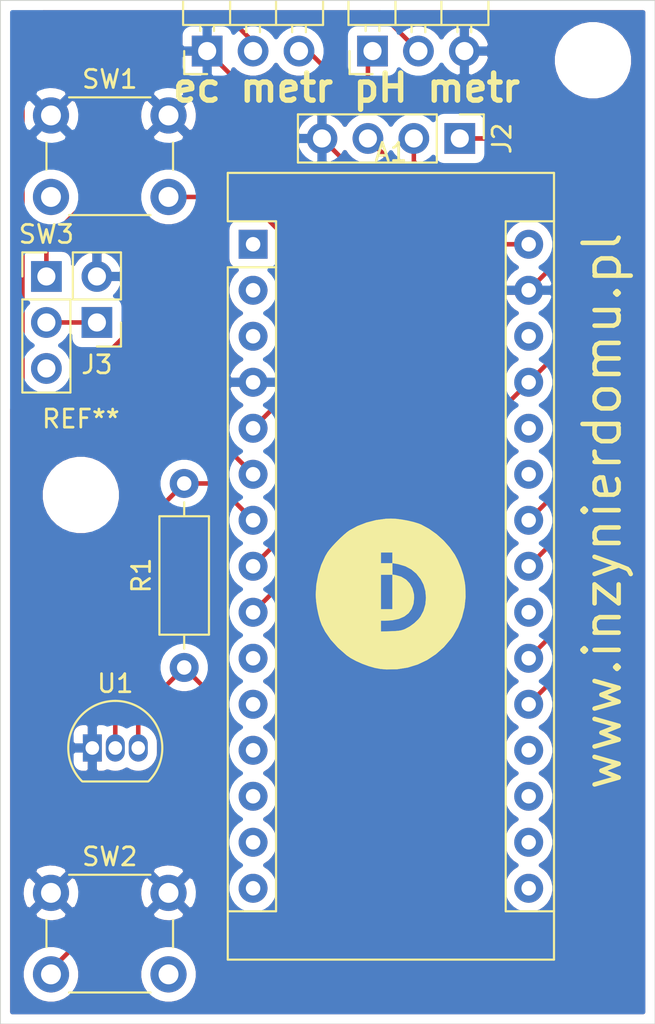
<source format=kicad_pcb>
(kicad_pcb (version 20171130) (host pcbnew "(5.1.5)-3")

  (general
    (thickness 1.6)
    (drawings 7)
    (tracks 104)
    (zones 0)
    (modules 13)
    (nets 32)
  )

  (page A4)
  (layers
    (0 F.Cu signal hide)
    (31 B.Cu signal hide)
    (32 B.Adhes user hide)
    (33 F.Adhes user hide)
    (34 B.Paste user hide)
    (35 F.Paste user hide)
    (36 B.SilkS user hide)
    (37 F.SilkS user hide)
    (38 B.Mask user)
    (39 F.Mask user hide)
    (40 Dwgs.User user hide)
    (41 Cmts.User user hide)
    (42 Eco1.User user hide)
    (43 Eco2.User user hide)
    (44 Edge.Cuts user)
    (45 Margin user hide)
    (46 B.CrtYd user hide)
    (47 F.CrtYd user hide)
    (48 B.Fab user hide)
    (49 F.Fab user hide)
  )

  (setup
    (last_trace_width 0.25)
    (user_trace_width 0.3048)
    (user_trace_width 0.6096)
    (trace_clearance 0.2)
    (zone_clearance 0.508)
    (zone_45_only no)
    (trace_min 0.2)
    (via_size 0.8)
    (via_drill 0.4)
    (via_min_size 0.4)
    (via_min_drill 0.3)
    (uvia_size 0.3)
    (uvia_drill 0.1)
    (uvias_allowed no)
    (uvia_min_size 0.2)
    (uvia_min_drill 0.1)
    (edge_width 0.05)
    (segment_width 0.2)
    (pcb_text_width 0.3)
    (pcb_text_size 1.5 1.5)
    (mod_edge_width 0.12)
    (mod_text_size 1 1)
    (mod_text_width 0.15)
    (pad_size 1.524 1.524)
    (pad_drill 0.762)
    (pad_to_mask_clearance 0.051)
    (solder_mask_min_width 0.25)
    (aux_axis_origin 0 0)
    (visible_elements 7FFFFFFF)
    (pcbplotparams
      (layerselection 0x010f0_ffffffff)
      (usegerberextensions false)
      (usegerberattributes false)
      (usegerberadvancedattributes false)
      (creategerberjobfile false)
      (excludeedgelayer true)
      (linewidth 0.100000)
      (plotframeref false)
      (viasonmask false)
      (mode 1)
      (useauxorigin false)
      (hpglpennumber 1)
      (hpglpenspeed 20)
      (hpglpendiameter 15.000000)
      (psnegative false)
      (psa4output false)
      (plotreference true)
      (plotvalue true)
      (plotinvisibletext false)
      (padsonsilk false)
      (subtractmaskfromsilk false)
      (outputformat 1)
      (mirror false)
      (drillshape 0)
      (scaleselection 1)
      (outputdirectory "phmeter/"))
  )

  (net 0 "")
  (net 1 "Net-(A1-Pad16)")
  (net 2 "Net-(A1-Pad15)")
  (net 3 "Net-(A1-Pad14)")
  (net 4 "Net-(A1-Pad13)")
  (net 5 "Net-(A1-Pad28)")
  (net 6 "Net-(A1-Pad12)")
  (net 7 "Net-(A1-Pad11)")
  (net 8 "Net-(A1-Pad26)")
  (net 9 "Net-(A1-Pad10)")
  (net 10 "Net-(A1-Pad25)")
  (net 11 "Net-(A1-Pad24)")
  (net 12 "Net-(A1-Pad23)")
  (net 13 "Net-(A1-Pad22)")
  (net 14 "Net-(A1-Pad6)")
  (net 15 "Net-(A1-Pad21)")
  (net 16 "Net-(A1-Pad5)")
  (net 17 "Net-(A1-Pad20)")
  (net 18 GND)
  (net 19 "Net-(A1-Pad19)")
  (net 20 "Net-(A1-Pad3)")
  (net 21 "Net-(A1-Pad18)")
  (net 22 "Net-(A1-Pad2)")
  (net 23 "Net-(A1-Pad17)")
  (net 24 "Net-(A1-Pad1)")
  (net 25 +9V)
  (net 26 +5V)
  (net 27 Data)
  (net 28 "Net-(SW3-Pad3)")
  (net 29 +BATT)
  (net 30 EC_vcc)
  (net 31 Ph_vcc)

  (net_class Default "This is the default net class."
    (clearance 0.2)
    (trace_width 0.25)
    (via_dia 0.8)
    (via_drill 0.4)
    (uvia_dia 0.3)
    (uvia_drill 0.1)
    (add_net +5V)
    (add_net +9V)
    (add_net +BATT)
    (add_net Data)
    (add_net EC_vcc)
    (add_net GND)
    (add_net "Net-(A1-Pad1)")
    (add_net "Net-(A1-Pad10)")
    (add_net "Net-(A1-Pad11)")
    (add_net "Net-(A1-Pad12)")
    (add_net "Net-(A1-Pad13)")
    (add_net "Net-(A1-Pad14)")
    (add_net "Net-(A1-Pad15)")
    (add_net "Net-(A1-Pad16)")
    (add_net "Net-(A1-Pad17)")
    (add_net "Net-(A1-Pad18)")
    (add_net "Net-(A1-Pad19)")
    (add_net "Net-(A1-Pad2)")
    (add_net "Net-(A1-Pad20)")
    (add_net "Net-(A1-Pad21)")
    (add_net "Net-(A1-Pad22)")
    (add_net "Net-(A1-Pad23)")
    (add_net "Net-(A1-Pad24)")
    (add_net "Net-(A1-Pad25)")
    (add_net "Net-(A1-Pad26)")
    (add_net "Net-(A1-Pad28)")
    (add_net "Net-(A1-Pad3)")
    (add_net "Net-(A1-Pad5)")
    (add_net "Net-(A1-Pad6)")
    (add_net "Net-(SW3-Pad3)")
    (add_net Ph_vcc)
  )

  (net_class test ""
    (clearance 0.2)
    (trace_width 0.5)
    (via_dia 0.8)
    (via_drill 0.4)
    (uvia_dia 0.3)
    (uvia_drill 0.1)
  )

  (module Connector_PinHeader_2.54mm:PinHeader_1x03_P2.54mm_Horizontal (layer F.Cu) (tedit 59FED5CB) (tstamp 60019A76)
    (at 48.26 44.704 90)
    (descr "Through hole angled pin header, 1x03, 2.54mm pitch, 6mm pin length, single row")
    (tags "Through hole angled pin header THT 1x03 2.54mm single row")
    (path /5FF44E76)
    (fp_text reference J4 (at 4.385 -2.27 90) (layer F.SilkS)
      (effects (font (size 1 1) (thickness 0.15)))
    )
    (fp_text value Conn_01x03_Male (at 4.385 7.35 90) (layer F.Fab)
      (effects (font (size 1 1) (thickness 0.15)))
    )
    (fp_text user %R (at 2.77 2.54) (layer F.Fab)
      (effects (font (size 1 1) (thickness 0.15)))
    )
    (fp_line (start 10.55 -1.8) (end -1.8 -1.8) (layer F.CrtYd) (width 0.05))
    (fp_line (start 10.55 6.85) (end 10.55 -1.8) (layer F.CrtYd) (width 0.05))
    (fp_line (start -1.8 6.85) (end 10.55 6.85) (layer F.CrtYd) (width 0.05))
    (fp_line (start -1.8 -1.8) (end -1.8 6.85) (layer F.CrtYd) (width 0.05))
    (fp_line (start -1.27 -1.27) (end 0 -1.27) (layer F.SilkS) (width 0.12))
    (fp_line (start -1.27 0) (end -1.27 -1.27) (layer F.SilkS) (width 0.12))
    (fp_line (start 1.042929 5.46) (end 1.44 5.46) (layer F.SilkS) (width 0.12))
    (fp_line (start 1.042929 4.7) (end 1.44 4.7) (layer F.SilkS) (width 0.12))
    (fp_line (start 10.1 5.46) (end 4.1 5.46) (layer F.SilkS) (width 0.12))
    (fp_line (start 10.1 4.7) (end 10.1 5.46) (layer F.SilkS) (width 0.12))
    (fp_line (start 4.1 4.7) (end 10.1 4.7) (layer F.SilkS) (width 0.12))
    (fp_line (start 1.44 3.81) (end 4.1 3.81) (layer F.SilkS) (width 0.12))
    (fp_line (start 1.042929 2.92) (end 1.44 2.92) (layer F.SilkS) (width 0.12))
    (fp_line (start 1.042929 2.16) (end 1.44 2.16) (layer F.SilkS) (width 0.12))
    (fp_line (start 10.1 2.92) (end 4.1 2.92) (layer F.SilkS) (width 0.12))
    (fp_line (start 10.1 2.16) (end 10.1 2.92) (layer F.SilkS) (width 0.12))
    (fp_line (start 4.1 2.16) (end 10.1 2.16) (layer F.SilkS) (width 0.12))
    (fp_line (start 1.44 1.27) (end 4.1 1.27) (layer F.SilkS) (width 0.12))
    (fp_line (start 1.11 0.38) (end 1.44 0.38) (layer F.SilkS) (width 0.12))
    (fp_line (start 1.11 -0.38) (end 1.44 -0.38) (layer F.SilkS) (width 0.12))
    (fp_line (start 4.1 0.28) (end 10.1 0.28) (layer F.SilkS) (width 0.12))
    (fp_line (start 4.1 0.16) (end 10.1 0.16) (layer F.SilkS) (width 0.12))
    (fp_line (start 4.1 0.04) (end 10.1 0.04) (layer F.SilkS) (width 0.12))
    (fp_line (start 4.1 -0.08) (end 10.1 -0.08) (layer F.SilkS) (width 0.12))
    (fp_line (start 4.1 -0.2) (end 10.1 -0.2) (layer F.SilkS) (width 0.12))
    (fp_line (start 4.1 -0.32) (end 10.1 -0.32) (layer F.SilkS) (width 0.12))
    (fp_line (start 10.1 0.38) (end 4.1 0.38) (layer F.SilkS) (width 0.12))
    (fp_line (start 10.1 -0.38) (end 10.1 0.38) (layer F.SilkS) (width 0.12))
    (fp_line (start 4.1 -0.38) (end 10.1 -0.38) (layer F.SilkS) (width 0.12))
    (fp_line (start 4.1 -1.33) (end 1.44 -1.33) (layer F.SilkS) (width 0.12))
    (fp_line (start 4.1 6.41) (end 4.1 -1.33) (layer F.SilkS) (width 0.12))
    (fp_line (start 1.44 6.41) (end 4.1 6.41) (layer F.SilkS) (width 0.12))
    (fp_line (start 1.44 -1.33) (end 1.44 6.41) (layer F.SilkS) (width 0.12))
    (fp_line (start 4.04 5.4) (end 10.04 5.4) (layer F.Fab) (width 0.1))
    (fp_line (start 10.04 4.76) (end 10.04 5.4) (layer F.Fab) (width 0.1))
    (fp_line (start 4.04 4.76) (end 10.04 4.76) (layer F.Fab) (width 0.1))
    (fp_line (start -0.32 5.4) (end 1.5 5.4) (layer F.Fab) (width 0.1))
    (fp_line (start -0.32 4.76) (end -0.32 5.4) (layer F.Fab) (width 0.1))
    (fp_line (start -0.32 4.76) (end 1.5 4.76) (layer F.Fab) (width 0.1))
    (fp_line (start 4.04 2.86) (end 10.04 2.86) (layer F.Fab) (width 0.1))
    (fp_line (start 10.04 2.22) (end 10.04 2.86) (layer F.Fab) (width 0.1))
    (fp_line (start 4.04 2.22) (end 10.04 2.22) (layer F.Fab) (width 0.1))
    (fp_line (start -0.32 2.86) (end 1.5 2.86) (layer F.Fab) (width 0.1))
    (fp_line (start -0.32 2.22) (end -0.32 2.86) (layer F.Fab) (width 0.1))
    (fp_line (start -0.32 2.22) (end 1.5 2.22) (layer F.Fab) (width 0.1))
    (fp_line (start 4.04 0.32) (end 10.04 0.32) (layer F.Fab) (width 0.1))
    (fp_line (start 10.04 -0.32) (end 10.04 0.32) (layer F.Fab) (width 0.1))
    (fp_line (start 4.04 -0.32) (end 10.04 -0.32) (layer F.Fab) (width 0.1))
    (fp_line (start -0.32 0.32) (end 1.5 0.32) (layer F.Fab) (width 0.1))
    (fp_line (start -0.32 -0.32) (end -0.32 0.32) (layer F.Fab) (width 0.1))
    (fp_line (start -0.32 -0.32) (end 1.5 -0.32) (layer F.Fab) (width 0.1))
    (fp_line (start 1.5 -0.635) (end 2.135 -1.27) (layer F.Fab) (width 0.1))
    (fp_line (start 1.5 6.35) (end 1.5 -0.635) (layer F.Fab) (width 0.1))
    (fp_line (start 4.04 6.35) (end 1.5 6.35) (layer F.Fab) (width 0.1))
    (fp_line (start 4.04 -1.27) (end 4.04 6.35) (layer F.Fab) (width 0.1))
    (fp_line (start 2.135 -1.27) (end 4.04 -1.27) (layer F.Fab) (width 0.1))
    (pad 3 thru_hole oval (at 0 5.08 90) (size 1.7 1.7) (drill 1) (layers *.Cu *.Mask)
      (net 15 "Net-(A1-Pad21)"))
    (pad 2 thru_hole oval (at 0 2.54 90) (size 1.7 1.7) (drill 1) (layers *.Cu *.Mask)
      (net 30 EC_vcc))
    (pad 1 thru_hole rect (at 0 0 90) (size 1.7 1.7) (drill 1) (layers *.Cu *.Mask)
      (net 18 GND))
    (model ${KISYS3DMOD}/Connector_PinHeader_2.54mm.3dshapes/PinHeader_1x03_P2.54mm_Horizontal.wrl
      (at (xyz 0 0 0))
      (scale (xyz 1 1 1))
      (rotate (xyz 0 0 0))
    )
  )

  (module obbo_footprints:Logo600-InzynierDomu (layer F.Cu) (tedit 5E2DC787) (tstamp 5FC14999)
    (at 58.42 74.676)
    (fp_text reference G*** (at 6.858 -5.334) (layer F.SilkS) hide
      (effects (font (size 1.524 1.524) (thickness 0.3)))
    )
    (fp_text value Logo600-InzynierDomu (at -0.0254 6.1341) (layer F.SilkS) hide
      (effects (font (size 1.524 1.524) (thickness 0.3)))
    )
    (fp_poly (pts (xy 0.282748 -4.141935) (xy 0.604321 -4.102239) (xy 0.938093 -4.041979) (xy 1.257442 -3.966425)
      (xy 1.535744 -3.880845) (xy 1.679607 -3.823432) (xy 2.110334 -3.590238) (xy 2.525947 -3.293082)
      (xy 2.911713 -2.946285) (xy 3.252901 -2.564166) (xy 3.534778 -2.161044) (xy 3.691966 -1.867484)
      (xy 3.873258 -1.439273) (xy 4.001342 -1.042608) (xy 4.084099 -0.650419) (xy 4.114042 -0.418206)
      (xy 4.132728 0.164764) (xy 4.071083 0.740655) (xy 3.931773 1.299684) (xy 3.717467 1.832066)
      (xy 3.43083 2.328018) (xy 3.324963 2.4765) (xy 2.928747 2.938579) (xy 2.486626 3.330798)
      (xy 2.003395 3.651102) (xy 1.48385 3.897438) (xy 0.932788 4.067751) (xy 0.355004 4.159987)
      (xy -0.244705 4.172094) (xy -0.5715 4.14512) (xy -0.882087 4.087782) (xy -1.226316 3.989497)
      (xy -1.580238 3.859897) (xy -1.919902 3.708614) (xy -2.221359 3.545281) (xy -2.446293 3.39112)
      (xy -2.924774 2.970054) (xy -3.320307 2.534702) (xy -3.633527 2.084293) (xy -3.824429 1.7145)
      (xy -3.920954 1.450759) (xy -4.007686 1.130469) (xy -4.079147 0.781634) (xy -4.129856 0.432262)
      (xy -4.154335 0.110359) (xy -4.155742 0.021167) (xy -4.119481 -0.525698) (xy -4.018545 -1.058333)
      (xy -0.550333 -1.058333) (xy -0.550333 0.846667) (xy 0.084667 0.846667) (xy 0.084667 -1.058333)
      (xy -0.550333 -1.058333) (xy -4.018545 -1.058333) (xy -4.016211 -1.070646) (xy -3.851416 -1.594219)
      (xy -3.630584 -2.07696) (xy -3.50751 -2.286) (xy -0.550333 -2.286) (xy -0.550333 -1.693333)
      (xy 0.084667 -1.693333) (xy 0.084667 -1.065776) (xy 0.264583 -1.035765) (xy 0.574293 -0.944905)
      (xy 0.835963 -0.787966) (xy 1.043459 -0.572443) (xy 1.190645 -0.305827) (xy 1.271386 0.00439)
      (xy 1.285389 0.210839) (xy 1.25101 0.544845) (xy 1.148212 0.829812) (xy 0.978349 1.064657)
      (xy 0.742778 1.2483) (xy 0.442854 1.37966) (xy 0.07993 1.457654) (xy -0.306917 1.481347)
      (xy -0.550333 1.481667) (xy -0.550333 2.082836) (xy -0.010583 2.065433) (xy 0.234079 2.055041)
      (xy 0.416048 2.03989) (xy 0.557288 2.016608) (xy 0.679761 1.981828) (xy 0.775872 1.944765)
      (xy 1.040036 1.804436) (xy 1.299221 1.614255) (xy 1.523705 1.398026) (xy 1.636435 1.255513)
      (xy 1.805726 0.936698) (xy 1.907549 0.583593) (xy 1.941793 0.213202) (xy 1.90835 -0.157471)
      (xy 1.80711 -0.511419) (xy 1.649794 -0.81404) (xy 1.409215 -1.116968) (xy 1.130214 -1.352012)
      (xy 0.803894 -1.524603) (xy 0.421361 -1.640174) (xy 0.243417 -1.672767) (xy 0.084667 -1.69717)
      (xy 0.084667 -2.286) (xy -0.550333 -2.286) (xy -3.50751 -2.286) (xy -3.503385 -2.293006)
      (xy -3.388215 -2.448992) (xy -3.223964 -2.640108) (xy -3.02799 -2.849) (xy -2.817647 -3.05831)
      (xy -2.610292 -3.250685) (xy -2.423279 -3.408767) (xy -2.293006 -3.503385) (xy -1.847644 -3.744476)
      (xy -1.351205 -3.935695) (xy -0.825079 -4.070957) (xy -0.290654 -4.144177) (xy 0 -4.1558)
      (xy 0.282748 -4.141935)) (layer F.SilkS) (width 0.01))
  )

  (module MountingHole:MountingHole_3.2mm_M3 (layer F.Cu) (tedit 56D1B4CB) (tstamp 5FBB4194)
    (at 41.275 69.215)
    (descr "Mounting Hole 3.2mm, no annular, M3")
    (tags "mounting hole 3.2mm no annular m3")
    (attr virtual)
    (fp_text reference REF** (at 0 -4.2) (layer F.SilkS)
      (effects (font (size 1 1) (thickness 0.15)))
    )
    (fp_text value MountingHole_3.2mm_M3 (at 0 4.2) (layer F.Fab)
      (effects (font (size 1 1) (thickness 0.15)))
    )
    (fp_circle (center 0 0) (end 3.45 0) (layer F.CrtYd) (width 0.05))
    (fp_circle (center 0 0) (end 3.2 0) (layer Cmts.User) (width 0.15))
    (fp_text user %R (at 0.3 0) (layer F.Fab)
      (effects (font (size 1 1) (thickness 0.15)))
    )
    (pad 1 np_thru_hole circle (at 0 0) (size 3.2 3.2) (drill 3.2) (layers *.Cu *.Mask))
  )

  (module MountingHole:MountingHole_3.2mm_M3 (layer F.Cu) (tedit 56D1B4CB) (tstamp 5FBB3FC0)
    (at 69.596 45.212)
    (descr "Mounting Hole 3.2mm, no annular, M3")
    (tags "mounting hole 3.2mm no annular m3")
    (attr virtual)
    (fp_text reference REF** (at 0 -4.2) (layer F.SilkS)
      (effects (font (size 1 1) (thickness 0.15)))
    )
    (fp_text value MountingHole_3.2mm_M3 (at 0 4.2) (layer F.Fab)
      (effects (font (size 1 1) (thickness 0.15)))
    )
    (fp_circle (center 0 0) (end 3.45 0) (layer F.CrtYd) (width 0.05))
    (fp_circle (center 0 0) (end 3.2 0) (layer Cmts.User) (width 0.15))
    (fp_text user %R (at 0.3 0) (layer F.Fab)
      (effects (font (size 1 1) (thickness 0.15)))
    )
    (pad 1 np_thru_hole circle (at 0 0) (size 3.2 3.2) (drill 3.2) (layers *.Cu *.Mask))
  )

  (module Connector_PinHeader_2.54mm:PinHeader_1x02_P2.54mm_Vertical (layer F.Cu) (tedit 59FED5CC) (tstamp 5FBB3C06)
    (at 42.164 59.69 180)
    (descr "Through hole straight pin header, 1x02, 2.54mm pitch, single row")
    (tags "Through hole pin header THT 1x02 2.54mm single row")
    (path /5FBE8BFA)
    (fp_text reference J3 (at 0 -2.33) (layer F.SilkS)
      (effects (font (size 1 1) (thickness 0.15)))
    )
    (fp_text value Conn_01x02 (at 0 4.87) (layer F.Fab)
      (effects (font (size 1 1) (thickness 0.15)))
    )
    (fp_text user %R (at 0 1.27 90) (layer F.Fab)
      (effects (font (size 1 1) (thickness 0.15)))
    )
    (fp_line (start 1.8 -1.8) (end -1.8 -1.8) (layer F.CrtYd) (width 0.05))
    (fp_line (start 1.8 4.35) (end 1.8 -1.8) (layer F.CrtYd) (width 0.05))
    (fp_line (start -1.8 4.35) (end 1.8 4.35) (layer F.CrtYd) (width 0.05))
    (fp_line (start -1.8 -1.8) (end -1.8 4.35) (layer F.CrtYd) (width 0.05))
    (fp_line (start -1.33 -1.33) (end 0 -1.33) (layer F.SilkS) (width 0.12))
    (fp_line (start -1.33 0) (end -1.33 -1.33) (layer F.SilkS) (width 0.12))
    (fp_line (start -1.33 1.27) (end 1.33 1.27) (layer F.SilkS) (width 0.12))
    (fp_line (start 1.33 1.27) (end 1.33 3.87) (layer F.SilkS) (width 0.12))
    (fp_line (start -1.33 1.27) (end -1.33 3.87) (layer F.SilkS) (width 0.12))
    (fp_line (start -1.33 3.87) (end 1.33 3.87) (layer F.SilkS) (width 0.12))
    (fp_line (start -1.27 -0.635) (end -0.635 -1.27) (layer F.Fab) (width 0.1))
    (fp_line (start -1.27 3.81) (end -1.27 -0.635) (layer F.Fab) (width 0.1))
    (fp_line (start 1.27 3.81) (end -1.27 3.81) (layer F.Fab) (width 0.1))
    (fp_line (start 1.27 -1.27) (end 1.27 3.81) (layer F.Fab) (width 0.1))
    (fp_line (start -0.635 -1.27) (end 1.27 -1.27) (layer F.Fab) (width 0.1))
    (pad 2 thru_hole oval (at 0 2.54 180) (size 1.7 1.7) (drill 1) (layers *.Cu *.Mask)
      (net 18 GND))
    (pad 1 thru_hole rect (at 0 0 180) (size 1.7 1.7) (drill 1) (layers *.Cu *.Mask)
      (net 29 +BATT))
    (model ${KISYS3DMOD}/Connector_PinHeader_2.54mm.3dshapes/PinHeader_1x02_P2.54mm_Vertical.wrl
      (at (xyz 0 0 0))
      (scale (xyz 1 1 1))
      (rotate (xyz 0 0 0))
    )
  )

  (module Button_Switch_THT:SW_PUSH_6mm_H8mm (layer F.Cu) (tedit 5A02FE31) (tstamp 5FBB02FB)
    (at 39.624 48.26)
    (descr "tactile push button, 6x6mm e.g. PHAP33xx series, height=8mm")
    (tags "tact sw push 6mm")
    (path /5FBB0E15)
    (fp_text reference SW1 (at 3.25 -2) (layer F.SilkS)
      (effects (font (size 1 1) (thickness 0.15)))
    )
    (fp_text value SW_Push (at 3.75 6.7) (layer F.Fab)
      (effects (font (size 1 1) (thickness 0.15)))
    )
    (fp_circle (center 3.25 2.25) (end 1.25 2.5) (layer F.Fab) (width 0.1))
    (fp_line (start 6.75 3) (end 6.75 1.5) (layer F.SilkS) (width 0.12))
    (fp_line (start 5.5 -1) (end 1 -1) (layer F.SilkS) (width 0.12))
    (fp_line (start -0.25 1.5) (end -0.25 3) (layer F.SilkS) (width 0.12))
    (fp_line (start 1 5.5) (end 5.5 5.5) (layer F.SilkS) (width 0.12))
    (fp_line (start 8 -1.25) (end 8 5.75) (layer F.CrtYd) (width 0.05))
    (fp_line (start 7.75 6) (end -1.25 6) (layer F.CrtYd) (width 0.05))
    (fp_line (start -1.5 5.75) (end -1.5 -1.25) (layer F.CrtYd) (width 0.05))
    (fp_line (start -1.25 -1.5) (end 7.75 -1.5) (layer F.CrtYd) (width 0.05))
    (fp_line (start -1.5 6) (end -1.25 6) (layer F.CrtYd) (width 0.05))
    (fp_line (start -1.5 5.75) (end -1.5 6) (layer F.CrtYd) (width 0.05))
    (fp_line (start -1.5 -1.5) (end -1.25 -1.5) (layer F.CrtYd) (width 0.05))
    (fp_line (start -1.5 -1.25) (end -1.5 -1.5) (layer F.CrtYd) (width 0.05))
    (fp_line (start 8 -1.5) (end 8 -1.25) (layer F.CrtYd) (width 0.05))
    (fp_line (start 7.75 -1.5) (end 8 -1.5) (layer F.CrtYd) (width 0.05))
    (fp_line (start 8 6) (end 8 5.75) (layer F.CrtYd) (width 0.05))
    (fp_line (start 7.75 6) (end 8 6) (layer F.CrtYd) (width 0.05))
    (fp_line (start 0.25 -0.75) (end 3.25 -0.75) (layer F.Fab) (width 0.1))
    (fp_line (start 0.25 5.25) (end 0.25 -0.75) (layer F.Fab) (width 0.1))
    (fp_line (start 6.25 5.25) (end 0.25 5.25) (layer F.Fab) (width 0.1))
    (fp_line (start 6.25 -0.75) (end 6.25 5.25) (layer F.Fab) (width 0.1))
    (fp_line (start 3.25 -0.75) (end 6.25 -0.75) (layer F.Fab) (width 0.1))
    (fp_text user %R (at 3.25 2.25) (layer F.Fab)
      (effects (font (size 1 1) (thickness 0.15)))
    )
    (pad 1 thru_hole circle (at 6.5 0 90) (size 2 2) (drill 1.1) (layers *.Cu *.Mask)
      (net 18 GND))
    (pad 2 thru_hole circle (at 6.5 4.5 90) (size 2 2) (drill 1.1) (layers *.Cu *.Mask)
      (net 16 "Net-(A1-Pad5)"))
    (pad 1 thru_hole circle (at 0 0 90) (size 2 2) (drill 1.1) (layers *.Cu *.Mask)
      (net 18 GND))
    (pad 2 thru_hole circle (at 0 4.5 90) (size 2 2) (drill 1.1) (layers *.Cu *.Mask)
      (net 16 "Net-(A1-Pad5)"))
    (model ${KISYS3DMOD}/Button_Switch_THT.3dshapes/SW_PUSH_6mm_H8mm.wrl
      (at (xyz 0 0 0))
      (scale (xyz 1 1 1))
      (rotate (xyz 0 0 0))
    )
  )

  (module Connector_PinHeader_2.54mm:PinHeader_1x04_P2.54mm_Vertical (layer F.Cu) (tedit 59FED5CC) (tstamp 5FBB3338)
    (at 62.23 49.53 270)
    (descr "Through hole straight pin header, 1x04, 2.54mm pitch, single row")
    (tags "Through hole pin header THT 1x04 2.54mm single row")
    (path /5FBDC3A4)
    (fp_text reference J2 (at 0 -2.33 90) (layer F.SilkS)
      (effects (font (size 1 1) (thickness 0.15)))
    )
    (fp_text value Conn_01x04 (at 0 9.95 90) (layer F.Fab)
      (effects (font (size 1 1) (thickness 0.15)))
    )
    (fp_text user %R (at 0 3.81) (layer F.Fab)
      (effects (font (size 1 1) (thickness 0.15)))
    )
    (fp_line (start 1.8 -1.8) (end -1.8 -1.8) (layer F.CrtYd) (width 0.05))
    (fp_line (start 1.8 9.4) (end 1.8 -1.8) (layer F.CrtYd) (width 0.05))
    (fp_line (start -1.8 9.4) (end 1.8 9.4) (layer F.CrtYd) (width 0.05))
    (fp_line (start -1.8 -1.8) (end -1.8 9.4) (layer F.CrtYd) (width 0.05))
    (fp_line (start -1.33 -1.33) (end 0 -1.33) (layer F.SilkS) (width 0.12))
    (fp_line (start -1.33 0) (end -1.33 -1.33) (layer F.SilkS) (width 0.12))
    (fp_line (start -1.33 1.27) (end 1.33 1.27) (layer F.SilkS) (width 0.12))
    (fp_line (start 1.33 1.27) (end 1.33 8.95) (layer F.SilkS) (width 0.12))
    (fp_line (start -1.33 1.27) (end -1.33 8.95) (layer F.SilkS) (width 0.12))
    (fp_line (start -1.33 8.95) (end 1.33 8.95) (layer F.SilkS) (width 0.12))
    (fp_line (start -1.27 -0.635) (end -0.635 -1.27) (layer F.Fab) (width 0.1))
    (fp_line (start -1.27 8.89) (end -1.27 -0.635) (layer F.Fab) (width 0.1))
    (fp_line (start 1.27 8.89) (end -1.27 8.89) (layer F.Fab) (width 0.1))
    (fp_line (start 1.27 -1.27) (end 1.27 8.89) (layer F.Fab) (width 0.1))
    (fp_line (start -0.635 -1.27) (end 1.27 -1.27) (layer F.Fab) (width 0.1))
    (pad 4 thru_hole oval (at 0 7.62 270) (size 1.7 1.7) (drill 1) (layers *.Cu *.Mask)
      (net 18 GND))
    (pad 3 thru_hole oval (at 0 5.08 270) (size 1.7 1.7) (drill 1) (layers *.Cu *.Mask)
      (net 26 +5V))
    (pad 2 thru_hole oval (at 0 2.54 270) (size 1.7 1.7) (drill 1) (layers *.Cu *.Mask)
      (net 11 "Net-(A1-Pad24)"))
    (pad 1 thru_hole rect (at 0 0 270) (size 1.7 1.7) (drill 1) (layers *.Cu *.Mask)
      (net 12 "Net-(A1-Pad23)"))
    (model ${KISYS3DMOD}/Connector_PinHeader_2.54mm.3dshapes/PinHeader_1x04_P2.54mm_Vertical.wrl
      (at (xyz 0 0 0))
      (scale (xyz 1 1 1))
      (rotate (xyz 0 0 0))
    )
  )

  (module Connector_PinHeader_2.54mm:PinHeader_1x03_P2.54mm_Vertical (layer F.Cu) (tedit 59FED5CC) (tstamp 5FBB2C05)
    (at 39.37 57.15)
    (descr "Through hole straight pin header, 1x03, 2.54mm pitch, single row")
    (tags "Through hole pin header THT 1x03 2.54mm single row")
    (path /5FBD3764)
    (fp_text reference SW3 (at 0 -2.33) (layer F.SilkS)
      (effects (font (size 1 1) (thickness 0.15)))
    )
    (fp_text value SW_SPDT (at 0 7.41) (layer F.Fab)
      (effects (font (size 1 1) (thickness 0.15)))
    )
    (fp_text user %R (at 0 2.54 90) (layer F.Fab)
      (effects (font (size 1 1) (thickness 0.15)))
    )
    (fp_line (start 1.8 -1.8) (end -1.8 -1.8) (layer F.CrtYd) (width 0.05))
    (fp_line (start 1.8 6.85) (end 1.8 -1.8) (layer F.CrtYd) (width 0.05))
    (fp_line (start -1.8 6.85) (end 1.8 6.85) (layer F.CrtYd) (width 0.05))
    (fp_line (start -1.8 -1.8) (end -1.8 6.85) (layer F.CrtYd) (width 0.05))
    (fp_line (start -1.33 -1.33) (end 0 -1.33) (layer F.SilkS) (width 0.12))
    (fp_line (start -1.33 0) (end -1.33 -1.33) (layer F.SilkS) (width 0.12))
    (fp_line (start -1.33 1.27) (end 1.33 1.27) (layer F.SilkS) (width 0.12))
    (fp_line (start 1.33 1.27) (end 1.33 6.41) (layer F.SilkS) (width 0.12))
    (fp_line (start -1.33 1.27) (end -1.33 6.41) (layer F.SilkS) (width 0.12))
    (fp_line (start -1.33 6.41) (end 1.33 6.41) (layer F.SilkS) (width 0.12))
    (fp_line (start -1.27 -0.635) (end -0.635 -1.27) (layer F.Fab) (width 0.1))
    (fp_line (start -1.27 6.35) (end -1.27 -0.635) (layer F.Fab) (width 0.1))
    (fp_line (start 1.27 6.35) (end -1.27 6.35) (layer F.Fab) (width 0.1))
    (fp_line (start 1.27 -1.27) (end 1.27 6.35) (layer F.Fab) (width 0.1))
    (fp_line (start -0.635 -1.27) (end 1.27 -1.27) (layer F.Fab) (width 0.1))
    (pad 3 thru_hole oval (at 0 5.08) (size 1.7 1.7) (drill 1) (layers *.Cu *.Mask)
      (net 28 "Net-(SW3-Pad3)"))
    (pad 2 thru_hole oval (at 0 2.54) (size 1.7 1.7) (drill 1) (layers *.Cu *.Mask)
      (net 29 +BATT))
    (pad 1 thru_hole rect (at 0 0) (size 1.7 1.7) (drill 1) (layers *.Cu *.Mask)
      (net 25 +9V))
    (model ${KISYS3DMOD}/Connector_PinHeader_2.54mm.3dshapes/PinHeader_1x03_P2.54mm_Vertical.wrl
      (at (xyz 0 0 0))
      (scale (xyz 1 1 1))
      (rotate (xyz 0 0 0))
    )
  )

  (module Connector_PinHeader_2.54mm:PinHeader_1x03_P2.54mm_Horizontal (layer F.Cu) (tedit 59FED5CB) (tstamp 5FBB1E9B)
    (at 57.404 44.704 90)
    (descr "Through hole angled pin header, 1x03, 2.54mm pitch, 6mm pin length, single row")
    (tags "Through hole angled pin header THT 1x03 2.54mm single row")
    (path /5FBCCDA1)
    (fp_text reference J1 (at 4.385 -2.27 90) (layer F.SilkS)
      (effects (font (size 1 1) (thickness 0.15)))
    )
    (fp_text value Conn_01x03_Male (at 4.385 7.35 90) (layer F.Fab)
      (effects (font (size 1 1) (thickness 0.15)))
    )
    (fp_text user %R (at 2.77 2.54) (layer F.Fab)
      (effects (font (size 1 1) (thickness 0.15)))
    )
    (fp_line (start 10.55 -1.8) (end -1.8 -1.8) (layer F.CrtYd) (width 0.05))
    (fp_line (start 10.55 6.85) (end 10.55 -1.8) (layer F.CrtYd) (width 0.05))
    (fp_line (start -1.8 6.85) (end 10.55 6.85) (layer F.CrtYd) (width 0.05))
    (fp_line (start -1.8 -1.8) (end -1.8 6.85) (layer F.CrtYd) (width 0.05))
    (fp_line (start -1.27 -1.27) (end 0 -1.27) (layer F.SilkS) (width 0.12))
    (fp_line (start -1.27 0) (end -1.27 -1.27) (layer F.SilkS) (width 0.12))
    (fp_line (start 1.042929 5.46) (end 1.44 5.46) (layer F.SilkS) (width 0.12))
    (fp_line (start 1.042929 4.7) (end 1.44 4.7) (layer F.SilkS) (width 0.12))
    (fp_line (start 10.1 5.46) (end 4.1 5.46) (layer F.SilkS) (width 0.12))
    (fp_line (start 10.1 4.7) (end 10.1 5.46) (layer F.SilkS) (width 0.12))
    (fp_line (start 4.1 4.7) (end 10.1 4.7) (layer F.SilkS) (width 0.12))
    (fp_line (start 1.44 3.81) (end 4.1 3.81) (layer F.SilkS) (width 0.12))
    (fp_line (start 1.042929 2.92) (end 1.44 2.92) (layer F.SilkS) (width 0.12))
    (fp_line (start 1.042929 2.16) (end 1.44 2.16) (layer F.SilkS) (width 0.12))
    (fp_line (start 10.1 2.92) (end 4.1 2.92) (layer F.SilkS) (width 0.12))
    (fp_line (start 10.1 2.16) (end 10.1 2.92) (layer F.SilkS) (width 0.12))
    (fp_line (start 4.1 2.16) (end 10.1 2.16) (layer F.SilkS) (width 0.12))
    (fp_line (start 1.44 1.27) (end 4.1 1.27) (layer F.SilkS) (width 0.12))
    (fp_line (start 1.11 0.38) (end 1.44 0.38) (layer F.SilkS) (width 0.12))
    (fp_line (start 1.11 -0.38) (end 1.44 -0.38) (layer F.SilkS) (width 0.12))
    (fp_line (start 4.1 0.28) (end 10.1 0.28) (layer F.SilkS) (width 0.12))
    (fp_line (start 4.1 0.16) (end 10.1 0.16) (layer F.SilkS) (width 0.12))
    (fp_line (start 4.1 0.04) (end 10.1 0.04) (layer F.SilkS) (width 0.12))
    (fp_line (start 4.1 -0.08) (end 10.1 -0.08) (layer F.SilkS) (width 0.12))
    (fp_line (start 4.1 -0.2) (end 10.1 -0.2) (layer F.SilkS) (width 0.12))
    (fp_line (start 4.1 -0.32) (end 10.1 -0.32) (layer F.SilkS) (width 0.12))
    (fp_line (start 10.1 0.38) (end 4.1 0.38) (layer F.SilkS) (width 0.12))
    (fp_line (start 10.1 -0.38) (end 10.1 0.38) (layer F.SilkS) (width 0.12))
    (fp_line (start 4.1 -0.38) (end 10.1 -0.38) (layer F.SilkS) (width 0.12))
    (fp_line (start 4.1 -1.33) (end 1.44 -1.33) (layer F.SilkS) (width 0.12))
    (fp_line (start 4.1 6.41) (end 4.1 -1.33) (layer F.SilkS) (width 0.12))
    (fp_line (start 1.44 6.41) (end 4.1 6.41) (layer F.SilkS) (width 0.12))
    (fp_line (start 1.44 -1.33) (end 1.44 6.41) (layer F.SilkS) (width 0.12))
    (fp_line (start 4.04 5.4) (end 10.04 5.4) (layer F.Fab) (width 0.1))
    (fp_line (start 10.04 4.76) (end 10.04 5.4) (layer F.Fab) (width 0.1))
    (fp_line (start 4.04 4.76) (end 10.04 4.76) (layer F.Fab) (width 0.1))
    (fp_line (start -0.32 5.4) (end 1.5 5.4) (layer F.Fab) (width 0.1))
    (fp_line (start -0.32 4.76) (end -0.32 5.4) (layer F.Fab) (width 0.1))
    (fp_line (start -0.32 4.76) (end 1.5 4.76) (layer F.Fab) (width 0.1))
    (fp_line (start 4.04 2.86) (end 10.04 2.86) (layer F.Fab) (width 0.1))
    (fp_line (start 10.04 2.22) (end 10.04 2.86) (layer F.Fab) (width 0.1))
    (fp_line (start 4.04 2.22) (end 10.04 2.22) (layer F.Fab) (width 0.1))
    (fp_line (start -0.32 2.86) (end 1.5 2.86) (layer F.Fab) (width 0.1))
    (fp_line (start -0.32 2.22) (end -0.32 2.86) (layer F.Fab) (width 0.1))
    (fp_line (start -0.32 2.22) (end 1.5 2.22) (layer F.Fab) (width 0.1))
    (fp_line (start 4.04 0.32) (end 10.04 0.32) (layer F.Fab) (width 0.1))
    (fp_line (start 10.04 -0.32) (end 10.04 0.32) (layer F.Fab) (width 0.1))
    (fp_line (start 4.04 -0.32) (end 10.04 -0.32) (layer F.Fab) (width 0.1))
    (fp_line (start -0.32 0.32) (end 1.5 0.32) (layer F.Fab) (width 0.1))
    (fp_line (start -0.32 -0.32) (end -0.32 0.32) (layer F.Fab) (width 0.1))
    (fp_line (start -0.32 -0.32) (end 1.5 -0.32) (layer F.Fab) (width 0.1))
    (fp_line (start 1.5 -0.635) (end 2.135 -1.27) (layer F.Fab) (width 0.1))
    (fp_line (start 1.5 6.35) (end 1.5 -0.635) (layer F.Fab) (width 0.1))
    (fp_line (start 4.04 6.35) (end 1.5 6.35) (layer F.Fab) (width 0.1))
    (fp_line (start 4.04 -1.27) (end 4.04 6.35) (layer F.Fab) (width 0.1))
    (fp_line (start 2.135 -1.27) (end 4.04 -1.27) (layer F.Fab) (width 0.1))
    (pad 3 thru_hole oval (at 0 5.08 90) (size 1.7 1.7) (drill 1) (layers *.Cu *.Mask)
      (net 18 GND))
    (pad 2 thru_hole oval (at 0 2.54 90) (size 1.7 1.7) (drill 1) (layers *.Cu *.Mask)
      (net 31 Ph_vcc))
    (pad 1 thru_hole rect (at 0 0 90) (size 1.7 1.7) (drill 1) (layers *.Cu *.Mask)
      (net 17 "Net-(A1-Pad20)"))
    (model ${KISYS3DMOD}/Connector_PinHeader_2.54mm.3dshapes/PinHeader_1x03_P2.54mm_Horizontal.wrl
      (at (xyz 0 0 0))
      (scale (xyz 1 1 1))
      (rotate (xyz 0 0 0))
    )
  )

  (module Package_TO_SOT_THT:TO-92_Inline (layer F.Cu) (tedit 5A1DD157) (tstamp 5FBB072B)
    (at 41.91 83.185)
    (descr "TO-92 leads in-line, narrow, oval pads, drill 0.75mm (see NXP sot054_po.pdf)")
    (tags "to-92 sc-43 sc-43a sot54 PA33 transistor")
    (path /5FBBBB4C)
    (fp_text reference U1 (at 1.27 -3.56) (layer F.SilkS)
      (effects (font (size 1 1) (thickness 0.15)))
    )
    (fp_text value DS18B20 (at 1.27 2.79) (layer F.Fab)
      (effects (font (size 1 1) (thickness 0.15)))
    )
    (fp_arc (start 1.27 0) (end 1.27 -2.6) (angle 135) (layer F.SilkS) (width 0.12))
    (fp_arc (start 1.27 0) (end 1.27 -2.48) (angle -135) (layer F.Fab) (width 0.1))
    (fp_arc (start 1.27 0) (end 1.27 -2.6) (angle -135) (layer F.SilkS) (width 0.12))
    (fp_arc (start 1.27 0) (end 1.27 -2.48) (angle 135) (layer F.Fab) (width 0.1))
    (fp_line (start 4 2.01) (end -1.46 2.01) (layer F.CrtYd) (width 0.05))
    (fp_line (start 4 2.01) (end 4 -2.73) (layer F.CrtYd) (width 0.05))
    (fp_line (start -1.46 -2.73) (end -1.46 2.01) (layer F.CrtYd) (width 0.05))
    (fp_line (start -1.46 -2.73) (end 4 -2.73) (layer F.CrtYd) (width 0.05))
    (fp_line (start -0.5 1.75) (end 3 1.75) (layer F.Fab) (width 0.1))
    (fp_line (start -0.53 1.85) (end 3.07 1.85) (layer F.SilkS) (width 0.12))
    (fp_text user %R (at 1.27 -3.56) (layer F.Fab)
      (effects (font (size 1 1) (thickness 0.15)))
    )
    (pad 1 thru_hole rect (at 0 0) (size 1.05 1.5) (drill 0.75) (layers *.Cu *.Mask)
      (net 18 GND))
    (pad 3 thru_hole oval (at 2.54 0) (size 1.05 1.5) (drill 0.75) (layers *.Cu *.Mask)
      (net 26 +5V))
    (pad 2 thru_hole oval (at 1.27 0) (size 1.05 1.5) (drill 0.75) (layers *.Cu *.Mask)
      (net 27 Data))
    (model ${KISYS3DMOD}/Package_TO_SOT_THT.3dshapes/TO-92_Inline.wrl
      (at (xyz 0 0 0))
      (scale (xyz 1 1 1))
      (rotate (xyz 0 0 0))
    )
  )

  (module Resistor_THT:R_Axial_DIN0207_L6.3mm_D2.5mm_P10.16mm_Horizontal (layer F.Cu) (tedit 5AE5139B) (tstamp 5FBB06A1)
    (at 46.99 78.74 90)
    (descr "Resistor, Axial_DIN0207 series, Axial, Horizontal, pin pitch=10.16mm, 0.25W = 1/4W, length*diameter=6.3*2.5mm^2, http://cdn-reichelt.de/documents/datenblatt/B400/1_4W%23YAG.pdf")
    (tags "Resistor Axial_DIN0207 series Axial Horizontal pin pitch 10.16mm 0.25W = 1/4W length 6.3mm diameter 2.5mm")
    (path /5FBC1A88)
    (fp_text reference R1 (at 5.08 -2.37 90) (layer F.SilkS)
      (effects (font (size 1 1) (thickness 0.15)))
    )
    (fp_text value 4,7K (at 5.08 2.37 90) (layer F.Fab)
      (effects (font (size 1 1) (thickness 0.15)))
    )
    (fp_text user %R (at 5.08 0 90) (layer F.Fab)
      (effects (font (size 1 1) (thickness 0.15)))
    )
    (fp_line (start 11.21 -1.5) (end -1.05 -1.5) (layer F.CrtYd) (width 0.05))
    (fp_line (start 11.21 1.5) (end 11.21 -1.5) (layer F.CrtYd) (width 0.05))
    (fp_line (start -1.05 1.5) (end 11.21 1.5) (layer F.CrtYd) (width 0.05))
    (fp_line (start -1.05 -1.5) (end -1.05 1.5) (layer F.CrtYd) (width 0.05))
    (fp_line (start 9.12 0) (end 8.35 0) (layer F.SilkS) (width 0.12))
    (fp_line (start 1.04 0) (end 1.81 0) (layer F.SilkS) (width 0.12))
    (fp_line (start 8.35 -1.37) (end 1.81 -1.37) (layer F.SilkS) (width 0.12))
    (fp_line (start 8.35 1.37) (end 8.35 -1.37) (layer F.SilkS) (width 0.12))
    (fp_line (start 1.81 1.37) (end 8.35 1.37) (layer F.SilkS) (width 0.12))
    (fp_line (start 1.81 -1.37) (end 1.81 1.37) (layer F.SilkS) (width 0.12))
    (fp_line (start 10.16 0) (end 8.23 0) (layer F.Fab) (width 0.1))
    (fp_line (start 0 0) (end 1.93 0) (layer F.Fab) (width 0.1))
    (fp_line (start 8.23 -1.25) (end 1.93 -1.25) (layer F.Fab) (width 0.1))
    (fp_line (start 8.23 1.25) (end 8.23 -1.25) (layer F.Fab) (width 0.1))
    (fp_line (start 1.93 1.25) (end 8.23 1.25) (layer F.Fab) (width 0.1))
    (fp_line (start 1.93 -1.25) (end 1.93 1.25) (layer F.Fab) (width 0.1))
    (pad 2 thru_hole oval (at 10.16 0 90) (size 1.6 1.6) (drill 0.8) (layers *.Cu *.Mask)
      (net 27 Data))
    (pad 1 thru_hole circle (at 0 0 90) (size 1.6 1.6) (drill 0.8) (layers *.Cu *.Mask)
      (net 26 +5V))
    (model ${KISYS3DMOD}/Resistor_THT.3dshapes/R_Axial_DIN0207_L6.3mm_D2.5mm_P10.16mm_Horizontal.wrl
      (at (xyz 0 0 0))
      (scale (xyz 1 1 1))
      (rotate (xyz 0 0 0))
    )
  )

  (module Button_Switch_THT:SW_PUSH_6mm_H8mm (layer F.Cu) (tedit 5A02FE31) (tstamp 5FBB031A)
    (at 39.624 91.186)
    (descr "tactile push button, 6x6mm e.g. PHAP33xx series, height=8mm")
    (tags "tact sw push 6mm")
    (path /5FBB7749)
    (fp_text reference SW2 (at 3.25 -2) (layer F.SilkS)
      (effects (font (size 1 1) (thickness 0.15)))
    )
    (fp_text value SW_Push (at 3.75 6.7) (layer F.Fab)
      (effects (font (size 1 1) (thickness 0.15)))
    )
    (fp_circle (center 3.25 2.25) (end 1.25 2.5) (layer F.Fab) (width 0.1))
    (fp_line (start 6.75 3) (end 6.75 1.5) (layer F.SilkS) (width 0.12))
    (fp_line (start 5.5 -1) (end 1 -1) (layer F.SilkS) (width 0.12))
    (fp_line (start -0.25 1.5) (end -0.25 3) (layer F.SilkS) (width 0.12))
    (fp_line (start 1 5.5) (end 5.5 5.5) (layer F.SilkS) (width 0.12))
    (fp_line (start 8 -1.25) (end 8 5.75) (layer F.CrtYd) (width 0.05))
    (fp_line (start 7.75 6) (end -1.25 6) (layer F.CrtYd) (width 0.05))
    (fp_line (start -1.5 5.75) (end -1.5 -1.25) (layer F.CrtYd) (width 0.05))
    (fp_line (start -1.25 -1.5) (end 7.75 -1.5) (layer F.CrtYd) (width 0.05))
    (fp_line (start -1.5 6) (end -1.25 6) (layer F.CrtYd) (width 0.05))
    (fp_line (start -1.5 5.75) (end -1.5 6) (layer F.CrtYd) (width 0.05))
    (fp_line (start -1.5 -1.5) (end -1.25 -1.5) (layer F.CrtYd) (width 0.05))
    (fp_line (start -1.5 -1.25) (end -1.5 -1.5) (layer F.CrtYd) (width 0.05))
    (fp_line (start 8 -1.5) (end 8 -1.25) (layer F.CrtYd) (width 0.05))
    (fp_line (start 7.75 -1.5) (end 8 -1.5) (layer F.CrtYd) (width 0.05))
    (fp_line (start 8 6) (end 8 5.75) (layer F.CrtYd) (width 0.05))
    (fp_line (start 7.75 6) (end 8 6) (layer F.CrtYd) (width 0.05))
    (fp_line (start 0.25 -0.75) (end 3.25 -0.75) (layer F.Fab) (width 0.1))
    (fp_line (start 0.25 5.25) (end 0.25 -0.75) (layer F.Fab) (width 0.1))
    (fp_line (start 6.25 5.25) (end 0.25 5.25) (layer F.Fab) (width 0.1))
    (fp_line (start 6.25 -0.75) (end 6.25 5.25) (layer F.Fab) (width 0.1))
    (fp_line (start 3.25 -0.75) (end 6.25 -0.75) (layer F.Fab) (width 0.1))
    (fp_text user %R (at 3.25 2.25) (layer F.Fab)
      (effects (font (size 1 1) (thickness 0.15)))
    )
    (pad 1 thru_hole circle (at 6.5 0 90) (size 2 2) (drill 1.1) (layers *.Cu *.Mask)
      (net 18 GND))
    (pad 2 thru_hole circle (at 6.5 4.5 90) (size 2 2) (drill 1.1) (layers *.Cu *.Mask)
      (net 14 "Net-(A1-Pad6)"))
    (pad 1 thru_hole circle (at 0 0 90) (size 2 2) (drill 1.1) (layers *.Cu *.Mask)
      (net 18 GND))
    (pad 2 thru_hole circle (at 0 4.5 90) (size 2 2) (drill 1.1) (layers *.Cu *.Mask)
      (net 14 "Net-(A1-Pad6)"))
    (model ${KISYS3DMOD}/Button_Switch_THT.3dshapes/SW_PUSH_6mm_H8mm.wrl
      (at (xyz 0 0 0))
      (scale (xyz 1 1 1))
      (rotate (xyz 0 0 0))
    )
  )

  (module Module:Arduino_Nano (layer F.Cu) (tedit 58ACAF70) (tstamp 5FBB02DC)
    (at 50.8 55.372)
    (descr "Arduino Nano, http://www.mouser.com/pdfdocs/Gravitech_Arduino_Nano3_0.pdf")
    (tags "Arduino Nano")
    (path /5FBAAA96)
    (fp_text reference A1 (at 7.62 -5.08) (layer F.SilkS)
      (effects (font (size 1 1) (thickness 0.15)))
    )
    (fp_text value Arduino_Nano_v3.x (at 8.89 19.05 90) (layer F.Fab)
      (effects (font (size 1 1) (thickness 0.15)))
    )
    (fp_line (start 16.75 42.16) (end -1.53 42.16) (layer F.CrtYd) (width 0.05))
    (fp_line (start 16.75 42.16) (end 16.75 -4.06) (layer F.CrtYd) (width 0.05))
    (fp_line (start -1.53 -4.06) (end -1.53 42.16) (layer F.CrtYd) (width 0.05))
    (fp_line (start -1.53 -4.06) (end 16.75 -4.06) (layer F.CrtYd) (width 0.05))
    (fp_line (start 16.51 -3.81) (end 16.51 39.37) (layer F.Fab) (width 0.1))
    (fp_line (start 0 -3.81) (end 16.51 -3.81) (layer F.Fab) (width 0.1))
    (fp_line (start -1.27 -2.54) (end 0 -3.81) (layer F.Fab) (width 0.1))
    (fp_line (start -1.27 39.37) (end -1.27 -2.54) (layer F.Fab) (width 0.1))
    (fp_line (start 16.51 39.37) (end -1.27 39.37) (layer F.Fab) (width 0.1))
    (fp_line (start 16.64 -3.94) (end -1.4 -3.94) (layer F.SilkS) (width 0.12))
    (fp_line (start 16.64 39.5) (end 16.64 -3.94) (layer F.SilkS) (width 0.12))
    (fp_line (start -1.4 39.5) (end 16.64 39.5) (layer F.SilkS) (width 0.12))
    (fp_line (start 3.81 41.91) (end 3.81 31.75) (layer F.Fab) (width 0.1))
    (fp_line (start 11.43 41.91) (end 3.81 41.91) (layer F.Fab) (width 0.1))
    (fp_line (start 11.43 31.75) (end 11.43 41.91) (layer F.Fab) (width 0.1))
    (fp_line (start 3.81 31.75) (end 11.43 31.75) (layer F.Fab) (width 0.1))
    (fp_line (start 1.27 36.83) (end -1.4 36.83) (layer F.SilkS) (width 0.12))
    (fp_line (start 1.27 1.27) (end 1.27 36.83) (layer F.SilkS) (width 0.12))
    (fp_line (start 1.27 1.27) (end -1.4 1.27) (layer F.SilkS) (width 0.12))
    (fp_line (start 13.97 36.83) (end 16.64 36.83) (layer F.SilkS) (width 0.12))
    (fp_line (start 13.97 -1.27) (end 13.97 36.83) (layer F.SilkS) (width 0.12))
    (fp_line (start 13.97 -1.27) (end 16.64 -1.27) (layer F.SilkS) (width 0.12))
    (fp_line (start -1.4 -3.94) (end -1.4 -1.27) (layer F.SilkS) (width 0.12))
    (fp_line (start -1.4 1.27) (end -1.4 39.5) (layer F.SilkS) (width 0.12))
    (fp_line (start 1.27 -1.27) (end -1.4 -1.27) (layer F.SilkS) (width 0.12))
    (fp_line (start 1.27 1.27) (end 1.27 -1.27) (layer F.SilkS) (width 0.12))
    (fp_text user %R (at 6.35 19.05 90) (layer F.Fab)
      (effects (font (size 1 1) (thickness 0.15)))
    )
    (pad 16 thru_hole oval (at 15.24 35.56) (size 1.6 1.6) (drill 0.8) (layers *.Cu *.Mask)
      (net 1 "Net-(A1-Pad16)"))
    (pad 15 thru_hole oval (at 0 35.56) (size 1.6 1.6) (drill 0.8) (layers *.Cu *.Mask)
      (net 2 "Net-(A1-Pad15)"))
    (pad 30 thru_hole oval (at 15.24 0) (size 1.6 1.6) (drill 0.8) (layers *.Cu *.Mask)
      (net 25 +9V))
    (pad 14 thru_hole oval (at 0 33.02) (size 1.6 1.6) (drill 0.8) (layers *.Cu *.Mask)
      (net 3 "Net-(A1-Pad14)"))
    (pad 29 thru_hole oval (at 15.24 2.54) (size 1.6 1.6) (drill 0.8) (layers *.Cu *.Mask)
      (net 18 GND))
    (pad 13 thru_hole oval (at 0 30.48) (size 1.6 1.6) (drill 0.8) (layers *.Cu *.Mask)
      (net 4 "Net-(A1-Pad13)"))
    (pad 28 thru_hole oval (at 15.24 5.08) (size 1.6 1.6) (drill 0.8) (layers *.Cu *.Mask)
      (net 5 "Net-(A1-Pad28)"))
    (pad 12 thru_hole oval (at 0 27.94) (size 1.6 1.6) (drill 0.8) (layers *.Cu *.Mask)
      (net 6 "Net-(A1-Pad12)"))
    (pad 27 thru_hole oval (at 15.24 7.62) (size 1.6 1.6) (drill 0.8) (layers *.Cu *.Mask)
      (net 26 +5V))
    (pad 11 thru_hole oval (at 0 25.4) (size 1.6 1.6) (drill 0.8) (layers *.Cu *.Mask)
      (net 7 "Net-(A1-Pad11)"))
    (pad 26 thru_hole oval (at 15.24 10.16) (size 1.6 1.6) (drill 0.8) (layers *.Cu *.Mask)
      (net 8 "Net-(A1-Pad26)"))
    (pad 10 thru_hole oval (at 0 22.86) (size 1.6 1.6) (drill 0.8) (layers *.Cu *.Mask)
      (net 9 "Net-(A1-Pad10)"))
    (pad 25 thru_hole oval (at 15.24 12.7) (size 1.6 1.6) (drill 0.8) (layers *.Cu *.Mask)
      (net 10 "Net-(A1-Pad25)"))
    (pad 9 thru_hole oval (at 0 20.32) (size 1.6 1.6) (drill 0.8) (layers *.Cu *.Mask)
      (net 30 EC_vcc))
    (pad 24 thru_hole oval (at 15.24 15.24) (size 1.6 1.6) (drill 0.8) (layers *.Cu *.Mask)
      (net 11 "Net-(A1-Pad24)"))
    (pad 8 thru_hole oval (at 0 17.78) (size 1.6 1.6) (drill 0.8) (layers *.Cu *.Mask)
      (net 31 Ph_vcc))
    (pad 23 thru_hole oval (at 15.24 17.78) (size 1.6 1.6) (drill 0.8) (layers *.Cu *.Mask)
      (net 12 "Net-(A1-Pad23)"))
    (pad 7 thru_hole oval (at 0 15.24) (size 1.6 1.6) (drill 0.8) (layers *.Cu *.Mask)
      (net 27 Data))
    (pad 22 thru_hole oval (at 15.24 20.32) (size 1.6 1.6) (drill 0.8) (layers *.Cu *.Mask)
      (net 13 "Net-(A1-Pad22)"))
    (pad 6 thru_hole oval (at 0 12.7) (size 1.6 1.6) (drill 0.8) (layers *.Cu *.Mask)
      (net 14 "Net-(A1-Pad6)"))
    (pad 21 thru_hole oval (at 15.24 22.86) (size 1.6 1.6) (drill 0.8) (layers *.Cu *.Mask)
      (net 15 "Net-(A1-Pad21)"))
    (pad 5 thru_hole oval (at 0 10.16) (size 1.6 1.6) (drill 0.8) (layers *.Cu *.Mask)
      (net 16 "Net-(A1-Pad5)"))
    (pad 20 thru_hole oval (at 15.24 25.4) (size 1.6 1.6) (drill 0.8) (layers *.Cu *.Mask)
      (net 17 "Net-(A1-Pad20)"))
    (pad 4 thru_hole oval (at 0 7.62) (size 1.6 1.6) (drill 0.8) (layers *.Cu *.Mask)
      (net 18 GND))
    (pad 19 thru_hole oval (at 15.24 27.94) (size 1.6 1.6) (drill 0.8) (layers *.Cu *.Mask)
      (net 19 "Net-(A1-Pad19)"))
    (pad 3 thru_hole oval (at 0 5.08) (size 1.6 1.6) (drill 0.8) (layers *.Cu *.Mask)
      (net 20 "Net-(A1-Pad3)"))
    (pad 18 thru_hole oval (at 15.24 30.48) (size 1.6 1.6) (drill 0.8) (layers *.Cu *.Mask)
      (net 21 "Net-(A1-Pad18)"))
    (pad 2 thru_hole oval (at 0 2.54) (size 1.6 1.6) (drill 0.8) (layers *.Cu *.Mask)
      (net 22 "Net-(A1-Pad2)"))
    (pad 17 thru_hole oval (at 15.24 33.02) (size 1.6 1.6) (drill 0.8) (layers *.Cu *.Mask)
      (net 23 "Net-(A1-Pad17)"))
    (pad 1 thru_hole rect (at 0 0) (size 1.6 1.6) (drill 0.8) (layers *.Cu *.Mask)
      (net 24 "Net-(A1-Pad1)"))
    (model ${KISYS3DMOD}/Module.3dshapes/Arduino_Nano_WithMountingHoles.wrl
      (at (xyz 0 0 0))
      (scale (xyz 1 1 1))
      (rotate (xyz 0 0 0))
    )
  )

  (gr_text "ec metr" (at 50.8 46.736) (layer F.SilkS)
    (effects (font (size 1.5 1.5) (thickness 0.3)))
  )
  (gr_text "pH metr\n" (at 60.96 46.736) (layer F.SilkS)
    (effects (font (size 1.5 1.5) (thickness 0.3)))
  )
  (gr_text www.inzynierdomu.pl (at 70.104 70.104 90) (layer F.SilkS)
    (effects (font (size 2 2) (thickness 0.25)))
  )
  (gr_line (start 36.83 98.425) (end 36.83 41.91) (layer Edge.Cuts) (width 0.05) (tstamp 5FBC1DB9))
  (gr_line (start 73.025 98.425) (end 36.83 98.425) (layer Edge.Cuts) (width 0.05))
  (gr_line (start 73.025 41.91) (end 73.025 98.425) (layer Edge.Cuts) (width 0.05))
  (gr_line (start 36.83 41.91) (end 73.025 41.91) (layer Edge.Cuts) (width 0.05))

  (segment (start 59.69 49.53) (end 59.69 50.8) (width 0.25) (layer F.Cu) (net 11))
  (segment (start 59.69 50.8) (end 60.96 52.07) (width 0.25) (layer F.Cu) (net 11))
  (segment (start 60.96 52.07) (end 67.31 52.07) (width 0.25) (layer F.Cu) (net 11))
  (segment (start 67.31 52.07) (end 68.58 53.34) (width 0.25) (layer F.Cu) (net 11))
  (segment (start 68.58 68.072) (end 66.04 70.612) (width 0.25) (layer F.Cu) (net 11))
  (segment (start 68.58 53.34) (end 68.58 68.072) (width 0.25) (layer F.Cu) (net 11))
  (segment (start 62.23 49.53) (end 66.04 49.53) (width 0.25) (layer F.Cu) (net 12))
  (segment (start 69.030009 70.161991) (end 69.030009 51.758009) (width 0.25) (layer F.Cu) (net 12))
  (segment (start 66.04 73.152) (end 69.030009 70.161991) (width 0.25) (layer F.Cu) (net 12))
  (segment (start 66.802 49.53) (end 62.23 49.53) (width 0.25) (layer F.Cu) (net 12))
  (segment (start 69.030009 51.758009) (end 66.802 49.53) (width 0.25) (layer F.Cu) (net 12))
  (segment (start 45.687999 66.072001) (end 48.800001 66.072001) (width 0.25) (layer F.Cu) (net 14))
  (segment (start 39.37 95.686) (end 41.91 93.146) (width 0.25) (layer F.Cu) (net 14))
  (segment (start 48.800001 66.072001) (end 50.000001 67.272001) (width 0.25) (layer F.Cu) (net 14))
  (segment (start 45.085 66.675) (end 45.687999 66.072001) (width 0.25) (layer F.Cu) (net 14))
  (segment (start 45.085 69.215) (end 45.085 66.675) (width 0.25) (layer F.Cu) (net 14))
  (segment (start 41.91 86.36) (end 40.005 84.455) (width 0.25) (layer F.Cu) (net 14))
  (segment (start 50.000001 67.272001) (end 50.8 68.072) (width 0.25) (layer F.Cu) (net 14))
  (segment (start 40.005 84.455) (end 40.005 74.295) (width 0.25) (layer F.Cu) (net 14))
  (segment (start 41.91 93.146) (end 41.91 86.36) (width 0.25) (layer F.Cu) (net 14))
  (segment (start 40.005 74.295) (end 45.085 69.215) (width 0.25) (layer F.Cu) (net 14))
  (segment (start 53.34 44.196) (end 56.896 47.752) (width 0.25) (layer F.Cu) (net 15))
  (segment (start 56.896 47.752) (end 66.04 47.752) (width 0.25) (layer F.Cu) (net 15))
  (segment (start 66.04 78.232) (end 69.596 74.676) (width 0.25) (layer F.Cu) (net 15))
  (segment (start 69.596 51.308) (end 66.04 47.752) (width 0.25) (layer F.Cu) (net 15))
  (segment (start 69.596 74.676) (end 69.596 51.308) (width 0.25) (layer F.Cu) (net 15))
  (segment (start 50.373002 52.76) (end 46.124 52.76) (width 0.25) (layer F.Cu) (net 16))
  (segment (start 52.324 54.710998) (end 50.373002 52.76) (width 0.25) (layer F.Cu) (net 16))
  (segment (start 50.8 65.532) (end 52.324 64.008) (width 0.25) (layer F.Cu) (net 16))
  (segment (start 52.324 64.008) (end 52.324 54.710998) (width 0.25) (layer F.Cu) (net 16))
  (segment (start 57.15 46.312) (end 57.15 45.212) (width 0.25) (layer F.Cu) (net 17))
  (segment (start 66.548 46.736) (end 57.574 46.736) (width 0.25) (layer F.Cu) (net 17))
  (segment (start 70.046009 76.765991) (end 70.046009 50.234009) (width 0.25) (layer F.Cu) (net 17))
  (segment (start 66.04 80.772) (end 70.046009 76.765991) (width 0.25) (layer F.Cu) (net 17))
  (segment (start 70.046009 50.234009) (end 66.548 46.736) (width 0.25) (layer F.Cu) (net 17))
  (segment (start 57.574 46.736) (end 57.15 46.312) (width 0.25) (layer F.Cu) (net 17))
  (segment (start 67.056 53.34) (end 58.42 53.34) (width 0.25) (layer F.Cu) (net 18))
  (segment (start 58.42 53.34) (end 54.61 49.53) (width 0.25) (layer F.Cu) (net 18))
  (segment (start 67.564 53.848) (end 67.056 53.34) (width 0.25) (layer F.Cu) (net 18))
  (segment (start 66.04 57.912) (end 67.564 56.388) (width 0.25) (layer F.Cu) (net 18))
  (segment (start 67.564 56.388) (end 67.564 53.848) (width 0.25) (layer F.Cu) (net 18))
  (segment (start 53.086 49.53) (end 54.61 49.53) (width 0.25) (layer F.Cu) (net 18))
  (segment (start 48.26 44.704) (end 53.086 49.53) (width 0.25) (layer F.Cu) (net 18))
  (segment (start 39.37 55.245) (end 41.275 53.34) (width 0.25) (layer F.Cu) (net 25))
  (segment (start 39.37 57.15) (end 39.37 55.245) (width 0.25) (layer F.Cu) (net 25))
  (segment (start 41.275 50.419) (end 41.275 50.165) (width 0.25) (layer F.Cu) (net 25))
  (segment (start 41.275 53.34) (end 41.275 50.419) (width 0.25) (layer F.Cu) (net 25))
  (segment (start 41.275 48.641) (end 41.275 50.419) (width 0.25) (layer F.Cu) (net 25))
  (segment (start 43.688 46.228) (end 41.275 48.641) (width 0.25) (layer F.Cu) (net 25))
  (segment (start 48.768 46.228) (end 43.688 46.228) (width 0.25) (layer F.Cu) (net 25))
  (segment (start 66.04 55.372) (end 57.912 55.372) (width 0.25) (layer F.Cu) (net 25))
  (segment (start 57.912 55.372) (end 48.768 46.228) (width 0.25) (layer F.Cu) (net 25))
  (segment (start 58.42 70.612) (end 58.42 88.9) (width 0.25) (layer F.Cu) (net 26))
  (segment (start 66.04 62.992) (end 58.42 70.612) (width 0.25) (layer F.Cu) (net 26))
  (segment (start 54.61 92.71) (end 49.53 92.71) (width 0.25) (layer F.Cu) (net 26))
  (segment (start 48.26 80.01) (end 46.99 78.74) (width 0.25) (layer F.Cu) (net 26))
  (segment (start 58.42 88.9) (end 54.61 92.71) (width 0.25) (layer F.Cu) (net 26))
  (segment (start 48.26 91.44) (end 48.26 80.01) (width 0.25) (layer F.Cu) (net 26))
  (segment (start 49.53 92.71) (end 48.26 91.44) (width 0.25) (layer F.Cu) (net 26))
  (segment (start 44.45 81.28) (end 46.99 78.74) (width 0.25) (layer F.Cu) (net 26))
  (segment (start 44.45 83.185) (end 44.45 81.28) (width 0.25) (layer F.Cu) (net 26))
  (segment (start 66.04 62.992) (end 68.072 60.96) (width 0.25) (layer F.Cu) (net 26))
  (segment (start 68.072 60.96) (end 68.072 53.46841) (width 0.25) (layer F.Cu) (net 26))
  (segment (start 60.14001 52.52001) (end 57.999999 50.379999) (width 0.25) (layer F.Cu) (net 26))
  (segment (start 68.072 53.46841) (end 67.1236 52.52001) (width 0.25) (layer F.Cu) (net 26))
  (segment (start 57.999999 50.379999) (end 57.15 49.53) (width 0.25) (layer F.Cu) (net 26))
  (segment (start 67.1236 52.52001) (end 60.14001 52.52001) (width 0.25) (layer F.Cu) (net 26))
  (segment (start 43.18 72.39) (end 46.99 68.58) (width 0.25) (layer F.Cu) (net 27))
  (segment (start 43.18 83.185) (end 43.18 72.39) (width 0.25) (layer F.Cu) (net 27))
  (segment (start 48.768 68.58) (end 50.8 70.612) (width 0.25) (layer F.Cu) (net 27))
  (segment (start 46.99 68.58) (end 48.768 68.58) (width 0.25) (layer F.Cu) (net 27))
  (segment (start 40.572081 59.69) (end 42.164 59.69) (width 0.25) (layer F.Cu) (net 29))
  (segment (start 39.37 59.69) (end 40.572081 59.69) (width 0.25) (layer F.Cu) (net 29))
  (segment (start 50.8 75.692) (end 53.848 72.644) (width 0.25) (layer F.Cu) (net 30))
  (segment (start 53.848 72.644) (end 53.848 53.848) (width 0.25) (layer F.Cu) (net 30))
  (segment (start 53.848 53.848) (end 51.308 51.308) (width 0.25) (layer F.Cu) (net 30))
  (segment (start 51.308 51.308) (end 50.292 50.292) (width 0.25) (layer F.Cu) (net 30))
  (segment (start 50.292 50.292) (end 44.704 50.292) (width 0.25) (layer F.Cu) (net 30))
  (segment (start 44.704 50.292) (end 47.752 50.292) (width 0.25) (layer F.Cu) (net 30))
  (segment (start 42.323001 43.020999) (end 49.624999 43.020999) (width 0.25) (layer F.Cu) (net 30))
  (segment (start 38.044999 47.299001) (end 42.323001 43.020999) (width 0.25) (layer F.Cu) (net 30))
  (segment (start 49.950001 43.346001) (end 50.8 44.196) (width 0.25) (layer F.Cu) (net 30))
  (segment (start 49.624999 43.020999) (end 49.950001 43.346001) (width 0.25) (layer F.Cu) (net 30))
  (segment (start 38.73641 64.008) (end 38.044999 63.316589) (width 0.25) (layer F.Cu) (net 30))
  (segment (start 38.044999 63.316589) (end 38.044999 47.299001) (width 0.25) (layer F.Cu) (net 30))
  (segment (start 44.704 50.292) (end 44.57559 50.292) (width 0.25) (layer F.Cu) (net 30))
  (segment (start 43.688 51.17959) (end 43.688 60.451002) (width 0.25) (layer F.Cu) (net 30))
  (segment (start 44.57559 50.292) (end 43.688 51.17959) (width 0.25) (layer F.Cu) (net 30))
  (segment (start 43.688 60.451002) (end 40.131002 64.008) (width 0.25) (layer F.Cu) (net 30))
  (segment (start 40.131002 64.008) (end 38.73641 64.008) (width 0.25) (layer F.Cu) (net 30))
  (segment (start 58.840001 43.600001) (end 59.69 44.45) (width 0.25) (layer F.Cu) (net 31))
  (segment (start 57.810989 42.570989) (end 58.840001 43.600001) (width 0.25) (layer F.Cu) (net 31))
  (segment (start 39.217011 42.570989) (end 57.810989 42.570989) (width 0.25) (layer F.Cu) (net 31))
  (segment (start 38.608 64.516) (end 37.592 63.5) (width 0.25) (layer F.Cu) (net 31))
  (segment (start 44.704 50.8) (end 44.196 51.308) (width 0.25) (layer F.Cu) (net 31))
  (segment (start 49.784 50.8) (end 44.704 50.8) (width 0.25) (layer F.Cu) (net 31))
  (segment (start 52.832 71.12) (end 52.832 53.848) (width 0.25) (layer F.Cu) (net 31))
  (segment (start 37.592 63.5) (end 37.592 44.196) (width 0.25) (layer F.Cu) (net 31))
  (segment (start 50.8 73.152) (end 52.832 71.12) (width 0.25) (layer F.Cu) (net 31))
  (segment (start 44.196 51.308) (end 44.196 60.96) (width 0.25) (layer F.Cu) (net 31))
  (segment (start 40.64 64.516) (end 38.608 64.516) (width 0.25) (layer F.Cu) (net 31))
  (segment (start 44.196 60.96) (end 40.64 64.516) (width 0.25) (layer F.Cu) (net 31))
  (segment (start 52.832 53.848) (end 49.784 50.8) (width 0.25) (layer F.Cu) (net 31))
  (segment (start 37.592 44.196) (end 39.217011 42.570989) (width 0.25) (layer F.Cu) (net 31))

  (zone (net 18) (net_name GND) (layer F.Cu) (tstamp 60591EAC) (hatch edge 0.508)
    (connect_pads (clearance 0.508))
    (min_thickness 0.254)
    (fill yes (arc_segments 32) (thermal_gap 0.508) (thermal_bridge_width 0.508))
    (polygon
      (pts
        (xy 72.644 98.044) (xy 37.084 98.044) (xy 37.084 42.164) (xy 72.644 42.164)
      )
    )
    (filled_polygon
      (pts
        (xy 72.365001 97.765) (xy 37.49 97.765) (xy 37.49 92.321413) (xy 38.668192 92.321413) (xy 38.763956 92.585814)
        (xy 39.053571 92.726704) (xy 39.365108 92.808384) (xy 39.686595 92.827718) (xy 40.005675 92.783961) (xy 40.310088 92.678795)
        (xy 40.484044 92.585814) (xy 40.579808 92.321413) (xy 39.624 91.365605) (xy 38.668192 92.321413) (xy 37.49 92.321413)
        (xy 37.49 91.248595) (xy 37.982282 91.248595) (xy 38.026039 91.567675) (xy 38.131205 91.872088) (xy 38.224186 92.046044)
        (xy 38.488587 92.141808) (xy 39.444395 91.186) (xy 38.488587 90.230192) (xy 38.224186 90.325956) (xy 38.083296 90.615571)
        (xy 38.001616 90.927108) (xy 37.982282 91.248595) (xy 37.49 91.248595) (xy 37.49 90.050587) (xy 38.668192 90.050587)
        (xy 39.624 91.006395) (xy 40.579808 90.050587) (xy 40.484044 89.786186) (xy 40.194429 89.645296) (xy 39.882892 89.563616)
        (xy 39.561405 89.544282) (xy 39.242325 89.588039) (xy 38.937912 89.693205) (xy 38.763956 89.786186) (xy 38.668192 90.050587)
        (xy 37.49 90.050587) (xy 37.49 64.472801) (xy 38.044201 65.027003) (xy 38.067999 65.056001) (xy 38.096997 65.079799)
        (xy 38.183723 65.150974) (xy 38.315753 65.221546) (xy 38.459014 65.265003) (xy 38.570667 65.276) (xy 38.570677 65.276)
        (xy 38.608 65.279676) (xy 38.645322 65.276) (xy 40.602678 65.276) (xy 40.64 65.279676) (xy 40.677322 65.276)
        (xy 40.677333 65.276) (xy 40.788986 65.265003) (xy 40.932247 65.221546) (xy 41.064276 65.150974) (xy 41.180001 65.056001)
        (xy 41.203804 65.026997) (xy 44.707008 61.523795) (xy 44.736001 61.500001) (xy 44.759795 61.471008) (xy 44.759799 61.471004)
        (xy 44.830973 61.384277) (xy 44.830974 61.384276) (xy 44.901546 61.252247) (xy 44.945003 61.108986) (xy 44.956 60.997333)
        (xy 44.956 60.997324) (xy 44.959676 60.960001) (xy 44.956 60.922678) (xy 44.956 53.904239) (xy 45.081748 54.029987)
        (xy 45.349537 54.208918) (xy 45.647088 54.332168) (xy 45.962967 54.395) (xy 46.285033 54.395) (xy 46.600912 54.332168)
        (xy 46.898463 54.208918) (xy 47.166252 54.029987) (xy 47.393987 53.802252) (xy 47.572918 53.534463) (xy 47.578909 53.52)
        (xy 50.058201 53.52) (xy 50.472129 53.933928) (xy 50 53.933928) (xy 49.875518 53.946188) (xy 49.75582 53.982498)
        (xy 49.645506 54.041463) (xy 49.548815 54.120815) (xy 49.469463 54.217506) (xy 49.410498 54.32782) (xy 49.374188 54.447518)
        (xy 49.361928 54.572) (xy 49.361928 56.172) (xy 49.374188 56.296482) (xy 49.410498 56.41618) (xy 49.469463 56.526494)
        (xy 49.548815 56.623185) (xy 49.645506 56.702537) (xy 49.75582 56.761502) (xy 49.875518 56.797812) (xy 49.883961 56.798643)
        (xy 49.685363 56.997241) (xy 49.52832 57.232273) (xy 49.420147 57.493426) (xy 49.365 57.770665) (xy 49.365 58.053335)
        (xy 49.420147 58.330574) (xy 49.52832 58.591727) (xy 49.685363 58.826759) (xy 49.885241 59.026637) (xy 50.117759 59.182)
        (xy 49.885241 59.337363) (xy 49.685363 59.537241) (xy 49.52832 59.772273) (xy 49.420147 60.033426) (xy 49.365 60.310665)
        (xy 49.365 60.593335) (xy 49.420147 60.870574) (xy 49.52832 61.131727) (xy 49.685363 61.366759) (xy 49.885241 61.566637)
        (xy 50.120273 61.72368) (xy 50.130865 61.728067) (xy 49.944869 61.839615) (xy 49.736481 62.028586) (xy 49.568963 62.25458)
        (xy 49.448754 62.508913) (xy 49.408096 62.642961) (xy 49.530085 62.865) (xy 50.673 62.865) (xy 50.673 62.845)
        (xy 50.927 62.845) (xy 50.927 62.865) (xy 50.947 62.865) (xy 50.947 63.119) (xy 50.927 63.119)
        (xy 50.927 63.139) (xy 50.673 63.139) (xy 50.673 63.119) (xy 49.530085 63.119) (xy 49.408096 63.341039)
        (xy 49.448754 63.475087) (xy 49.568963 63.72942) (xy 49.736481 63.955414) (xy 49.944869 64.144385) (xy 50.130865 64.255933)
        (xy 50.120273 64.26032) (xy 49.885241 64.417363) (xy 49.685363 64.617241) (xy 49.52832 64.852273) (xy 49.420147 65.113426)
        (xy 49.365 65.390665) (xy 49.365 65.562199) (xy 49.363805 65.561004) (xy 49.340002 65.532) (xy 49.224277 65.437027)
        (xy 49.092248 65.366455) (xy 48.948987 65.322998) (xy 48.837334 65.312001) (xy 48.837323 65.312001) (xy 48.800001 65.308325)
        (xy 48.762679 65.312001) (xy 45.725321 65.312001) (xy 45.687998 65.308325) (xy 45.650675 65.312001) (xy 45.650666 65.312001)
        (xy 45.539013 65.322998) (xy 45.395752 65.366455) (xy 45.263723 65.437027) (xy 45.147998 65.532) (xy 45.124199 65.560999)
        (xy 44.573998 66.111201) (xy 44.545 66.134999) (xy 44.521202 66.163997) (xy 44.521201 66.163998) (xy 44.450026 66.250724)
        (xy 44.379454 66.382754) (xy 44.360039 66.446759) (xy 44.345019 66.496277) (xy 44.335998 66.526015) (xy 44.321324 66.675)
        (xy 44.325001 66.712332) (xy 44.325 68.900198) (xy 43.440458 69.784741) (xy 43.51 69.435128) (xy 43.51 68.994872)
        (xy 43.42411 68.563075) (xy 43.255631 68.156331) (xy 43.011038 67.790271) (xy 42.699729 67.478962) (xy 42.333669 67.234369)
        (xy 41.926925 67.06589) (xy 41.495128 66.98) (xy 41.054872 66.98) (xy 40.623075 67.06589) (xy 40.216331 67.234369)
        (xy 39.850271 67.478962) (xy 39.538962 67.790271) (xy 39.294369 68.156331) (xy 39.12589 68.563075) (xy 39.04 68.994872)
        (xy 39.04 69.435128) (xy 39.12589 69.866925) (xy 39.294369 70.273669) (xy 39.538962 70.639729) (xy 39.850271 70.951038)
        (xy 40.216331 71.195631) (xy 40.623075 71.36411) (xy 41.054872 71.45) (xy 41.495128 71.45) (xy 41.844741 71.380457)
        (xy 39.493998 73.731201) (xy 39.465 73.754999) (xy 39.441202 73.783997) (xy 39.441201 73.783998) (xy 39.370026 73.870724)
        (xy 39.299454 74.002754) (xy 39.255998 74.146015) (xy 39.241324 74.295) (xy 39.245001 74.332332) (xy 39.245 84.417678)
        (xy 39.241324 84.455) (xy 39.245 84.492322) (xy 39.245 84.492332) (xy 39.255997 84.603985) (xy 39.282651 84.691853)
        (xy 39.299454 84.747246) (xy 39.370026 84.879276) (xy 39.409871 84.927826) (xy 39.464999 84.995001) (xy 39.494003 85.018804)
        (xy 41.150001 86.674803) (xy 41.15 90.596028) (xy 41.116795 90.499912) (xy 41.023814 90.325956) (xy 40.759413 90.230192)
        (xy 39.803605 91.186) (xy 40.759413 92.141808) (xy 41.023814 92.046044) (xy 41.15 91.786654) (xy 41.15 92.831197)
        (xy 39.906114 94.075084) (xy 39.785033 94.051) (xy 39.462967 94.051) (xy 39.147088 94.113832) (xy 38.849537 94.237082)
        (xy 38.581748 94.416013) (xy 38.354013 94.643748) (xy 38.175082 94.911537) (xy 38.051832 95.209088) (xy 37.989 95.524967)
        (xy 37.989 95.847033) (xy 38.051832 96.162912) (xy 38.175082 96.460463) (xy 38.354013 96.728252) (xy 38.581748 96.955987)
        (xy 38.849537 97.134918) (xy 39.147088 97.258168) (xy 39.462967 97.321) (xy 39.785033 97.321) (xy 40.100912 97.258168)
        (xy 40.398463 97.134918) (xy 40.666252 96.955987) (xy 40.893987 96.728252) (xy 41.072918 96.460463) (xy 41.196168 96.162912)
        (xy 41.259 95.847033) (xy 41.259 95.524967) (xy 44.489 95.524967) (xy 44.489 95.847033) (xy 44.551832 96.162912)
        (xy 44.675082 96.460463) (xy 44.854013 96.728252) (xy 45.081748 96.955987) (xy 45.349537 97.134918) (xy 45.647088 97.258168)
        (xy 45.962967 97.321) (xy 46.285033 97.321) (xy 46.600912 97.258168) (xy 46.898463 97.134918) (xy 47.166252 96.955987)
        (xy 47.393987 96.728252) (xy 47.572918 96.460463) (xy 47.696168 96.162912) (xy 47.759 95.847033) (xy 47.759 95.524967)
        (xy 47.696168 95.209088) (xy 47.572918 94.911537) (xy 47.393987 94.643748) (xy 47.166252 94.416013) (xy 46.898463 94.237082)
        (xy 46.600912 94.113832) (xy 46.285033 94.051) (xy 45.962967 94.051) (xy 45.647088 94.113832) (xy 45.349537 94.237082)
        (xy 45.081748 94.416013) (xy 44.854013 94.643748) (xy 44.675082 94.911537) (xy 44.551832 95.209088) (xy 44.489 95.524967)
        (xy 41.259 95.524967) (xy 41.196168 95.209088) (xy 41.115782 95.01502) (xy 42.421009 93.709794) (xy 42.450001 93.686001)
        (xy 42.473795 93.657008) (xy 42.473799 93.657004) (xy 42.544973 93.570277) (xy 42.544974 93.570276) (xy 42.615546 93.438247)
        (xy 42.659003 93.294986) (xy 42.67 93.183333) (xy 42.67 93.183324) (xy 42.673676 93.146001) (xy 42.67 93.108678)
        (xy 42.67 92.321413) (xy 45.168192 92.321413) (xy 45.263956 92.585814) (xy 45.553571 92.726704) (xy 45.865108 92.808384)
        (xy 46.186595 92.827718) (xy 46.505675 92.783961) (xy 46.810088 92.678795) (xy 46.984044 92.585814) (xy 47.079808 92.321413)
        (xy 46.124 91.365605) (xy 45.168192 92.321413) (xy 42.67 92.321413) (xy 42.67 91.248595) (xy 44.482282 91.248595)
        (xy 44.526039 91.567675) (xy 44.631205 91.872088) (xy 44.724186 92.046044) (xy 44.988587 92.141808) (xy 45.944395 91.186)
        (xy 44.988587 90.230192) (xy 44.724186 90.325956) (xy 44.583296 90.615571) (xy 44.501616 90.927108) (xy 44.482282 91.248595)
        (xy 42.67 91.248595) (xy 42.67 90.050587) (xy 45.168192 90.050587) (xy 46.124 91.006395) (xy 47.079808 90.050587)
        (xy 46.984044 89.786186) (xy 46.694429 89.645296) (xy 46.382892 89.563616) (xy 46.061405 89.544282) (xy 45.742325 89.588039)
        (xy 45.437912 89.693205) (xy 45.263956 89.786186) (xy 45.168192 90.050587) (xy 42.67 90.050587) (xy 42.67 86.397323)
        (xy 42.673676 86.36) (xy 42.67 86.322677) (xy 42.67 86.322667) (xy 42.659003 86.211014) (xy 42.615546 86.067753)
        (xy 42.544974 85.935724) (xy 42.450001 85.819999) (xy 42.421003 85.796201) (xy 41.152997 84.528196) (xy 41.260518 84.560812)
        (xy 41.385 84.573072) (xy 41.62425 84.57) (xy 41.783 84.41125) (xy 41.783 83.312) (xy 41.763 83.312)
        (xy 41.763 83.058) (xy 41.783 83.058) (xy 41.783 81.95875) (xy 41.62425 81.8) (xy 41.385 81.796928)
        (xy 41.260518 81.809188) (xy 41.14082 81.845498) (xy 41.030506 81.904463) (xy 40.933815 81.983815) (xy 40.854463 82.080506)
        (xy 40.795498 82.19082) (xy 40.765 82.291358) (xy 40.765 74.609801) (xy 42.420001 72.9548) (xy 42.42 81.797121)
        (xy 42.19575 81.8) (xy 42.037 81.95875) (xy 42.037 82.731892) (xy 42.036785 82.732601) (xy 42.02 82.903022)
        (xy 42.02 83.466979) (xy 42.036785 83.6374) (xy 42.037 83.638109) (xy 42.037 84.41125) (xy 42.19575 84.57)
        (xy 42.435 84.573072) (xy 42.559482 84.560812) (xy 42.67918 84.524502) (xy 42.743902 84.489907) (xy 42.952601 84.553215)
        (xy 43.18 84.575612) (xy 43.4074 84.553215) (xy 43.62606 84.486885) (xy 43.815001 84.385894) (xy 44.003941 84.486885)
        (xy 44.222601 84.553215) (xy 44.45 84.575612) (xy 44.6774 84.553215) (xy 44.89606 84.486885) (xy 45.097579 84.379171)
        (xy 45.274212 84.234212) (xy 45.419171 84.057579) (xy 45.526885 83.856059) (xy 45.593215 83.637399) (xy 45.61 83.466978)
        (xy 45.61 82.903021) (xy 45.593215 82.7326) (xy 45.526885 82.51394) (xy 45.419171 82.312421) (xy 45.274212 82.135788)
        (xy 45.21 82.083091) (xy 45.21 81.594801) (xy 46.666114 80.138688) (xy 46.848665 80.175) (xy 47.131335 80.175)
        (xy 47.313886 80.138688) (xy 47.500001 80.324803) (xy 47.5 90.317331) (xy 47.259413 90.230192) (xy 46.303605 91.186)
        (xy 47.259413 92.141808) (xy 47.523814 92.046044) (xy 47.618332 91.851752) (xy 47.625026 91.864276) (xy 47.664871 91.912826)
        (xy 47.719999 91.980001) (xy 47.749003 92.003804) (xy 48.966201 93.221003) (xy 48.989999 93.250001) (xy 49.105724 93.344974)
        (xy 49.237753 93.415546) (xy 49.381014 93.459003) (xy 49.492667 93.47) (xy 49.492676 93.47) (xy 49.529999 93.473676)
        (xy 49.567322 93.47) (xy 54.572678 93.47) (xy 54.61 93.473676) (xy 54.647322 93.47) (xy 54.647333 93.47)
        (xy 54.758986 93.459003) (xy 54.902247 93.415546) (xy 55.034276 93.344974) (xy 55.150001 93.250001) (xy 55.173804 93.220997)
        (xy 58.931003 89.463799) (xy 58.960001 89.440001) (xy 59.054974 89.324276) (xy 59.125546 89.192247) (xy 59.169003 89.048986)
        (xy 59.18 88.937333) (xy 59.18 88.937325) (xy 59.183676 88.9) (xy 59.18 88.862675) (xy 59.18 70.926801)
        (xy 64.605 65.501802) (xy 64.605 65.673335) (xy 64.660147 65.950574) (xy 64.76832 66.211727) (xy 64.925363 66.446759)
        (xy 65.125241 66.646637) (xy 65.357759 66.802) (xy 65.125241 66.957363) (xy 64.925363 67.157241) (xy 64.76832 67.392273)
        (xy 64.660147 67.653426) (xy 64.605 67.930665) (xy 64.605 68.213335) (xy 64.660147 68.490574) (xy 64.76832 68.751727)
        (xy 64.925363 68.986759) (xy 65.125241 69.186637) (xy 65.357759 69.342) (xy 65.125241 69.497363) (xy 64.925363 69.697241)
        (xy 64.76832 69.932273) (xy 64.660147 70.193426) (xy 64.605 70.470665) (xy 64.605 70.753335) (xy 64.660147 71.030574)
        (xy 64.76832 71.291727) (xy 64.925363 71.526759) (xy 65.125241 71.726637) (xy 65.357759 71.882) (xy 65.125241 72.037363)
        (xy 64.925363 72.237241) (xy 64.76832 72.472273) (xy 64.660147 72.733426) (xy 64.605 73.010665) (xy 64.605 73.293335)
        (xy 64.660147 73.570574) (xy 64.76832 73.831727) (xy 64.925363 74.066759) (xy 65.125241 74.266637) (xy 65.357759 74.422)
        (xy 65.125241 74.577363) (xy 64.925363 74.777241) (xy 64.76832 75.012273) (xy 64.660147 75.273426) (xy 64.605 75.550665)
        (xy 64.605 75.833335) (xy 64.660147 76.110574) (xy 64.76832 76.371727) (xy 64.925363 76.606759) (xy 65.125241 76.806637)
        (xy 65.357759 76.962) (xy 65.125241 77.117363) (xy 64.925363 77.317241) (xy 64.76832 77.552273) (xy 64.660147 77.813426)
        (xy 64.605 78.090665) (xy 64.605 78.373335) (xy 64.660147 78.650574) (xy 64.76832 78.911727) (xy 64.925363 79.146759)
        (xy 65.125241 79.346637) (xy 65.357759 79.502) (xy 65.125241 79.657363) (xy 64.925363 79.857241) (xy 64.76832 80.092273)
        (xy 64.660147 80.353426) (xy 64.605 80.630665) (xy 64.605 80.913335) (xy 64.660147 81.190574) (xy 64.76832 81.451727)
        (xy 64.925363 81.686759) (xy 65.125241 81.886637) (xy 65.357759 82.042) (xy 65.125241 82.197363) (xy 64.925363 82.397241)
        (xy 64.76832 82.632273) (xy 64.660147 82.893426) (xy 64.605 83.170665) (xy 64.605 83.453335) (xy 64.660147 83.730574)
        (xy 64.76832 83.991727) (xy 64.925363 84.226759) (xy 65.125241 84.426637) (xy 65.357759 84.582) (xy 65.125241 84.737363)
        (xy 64.925363 84.937241) (xy 64.76832 85.172273) (xy 64.660147 85.433426) (xy 64.605 85.710665) (xy 64.605 85.993335)
        (xy 64.660147 86.270574) (xy 64.76832 86.531727) (xy 64.925363 86.766759) (xy 65.125241 86.966637) (xy 65.357759 87.122)
        (xy 65.125241 87.277363) (xy 64.925363 87.477241) (xy 64.76832 87.712273) (xy 64.660147 87.973426) (xy 64.605 88.250665)
        (xy 64.605 88.533335) (xy 64.660147 88.810574) (xy 64.76832 89.071727) (xy 64.925363 89.306759) (xy 65.125241 89.506637)
        (xy 65.357759 89.662) (xy 65.125241 89.817363) (xy 64.925363 90.017241) (xy 64.76832 90.252273) (xy 64.660147 90.513426)
        (xy 64.605 90.790665) (xy 64.605 91.073335) (xy 64.660147 91.350574) (xy 64.76832 91.611727) (xy 64.925363 91.846759)
        (xy 65.125241 92.046637) (xy 65.360273 92.20368) (xy 65.621426 92.311853) (xy 65.898665 92.367) (xy 66.181335 92.367)
        (xy 66.458574 92.311853) (xy 66.719727 92.20368) (xy 66.954759 92.046637) (xy 67.154637 91.846759) (xy 67.31168 91.611727)
        (xy 67.419853 91.350574) (xy 67.475 91.073335) (xy 67.475 90.790665) (xy 67.419853 90.513426) (xy 67.31168 90.252273)
        (xy 67.154637 90.017241) (xy 66.954759 89.817363) (xy 66.722241 89.662) (xy 66.954759 89.506637) (xy 67.154637 89.306759)
        (xy 67.31168 89.071727) (xy 67.419853 88.810574) (xy 67.475 88.533335) (xy 67.475 88.250665) (xy 67.419853 87.973426)
        (xy 67.31168 87.712273) (xy 67.154637 87.477241) (xy 66.954759 87.277363) (xy 66.722241 87.122) (xy 66.954759 86.966637)
        (xy 67.154637 86.766759) (xy 67.31168 86.531727) (xy 67.419853 86.270574) (xy 67.475 85.993335) (xy 67.475 85.710665)
        (xy 67.419853 85.433426) (xy 67.31168 85.172273) (xy 67.154637 84.937241) (xy 66.954759 84.737363) (xy 66.722241 84.582)
        (xy 66.954759 84.426637) (xy 67.154637 84.226759) (xy 67.31168 83.991727) (xy 67.419853 83.730574) (xy 67.475 83.453335)
        (xy 67.475 83.170665) (xy 67.419853 82.893426) (xy 67.31168 82.632273) (xy 67.154637 82.397241) (xy 66.954759 82.197363)
        (xy 66.722241 82.042) (xy 66.954759 81.886637) (xy 67.154637 81.686759) (xy 67.31168 81.451727) (xy 67.419853 81.190574)
        (xy 67.475 80.913335) (xy 67.475 80.630665) (xy 67.438688 80.448113) (xy 70.557013 77.329789) (xy 70.58601 77.305992)
        (xy 70.680983 77.190267) (xy 70.751555 77.058238) (xy 70.795012 76.914977) (xy 70.806009 76.803324) (xy 70.806009 76.803315)
        (xy 70.809685 76.765992) (xy 70.806009 76.728669) (xy 70.806009 50.271334) (xy 70.809685 50.234009) (xy 70.806009 50.196684)
        (xy 70.806009 50.196676) (xy 70.795012 50.085023) (xy 70.751555 49.941762) (xy 70.680983 49.809733) (xy 70.58601 49.694008)
        (xy 70.557012 49.67021) (xy 67.111804 46.225003) (xy 67.088001 46.195999) (xy 66.972276 46.101026) (xy 66.840247 46.030454)
        (xy 66.696986 45.986997) (xy 66.585333 45.976) (xy 66.585322 45.976) (xy 66.548 45.972324) (xy 66.510678 45.976)
        (xy 63.250166 45.976) (xy 63.25092 45.975641) (xy 63.484269 45.801588) (xy 63.679178 45.585355) (xy 63.828157 45.335252)
        (xy 63.925481 45.060891) (xy 63.889254 44.991872) (xy 67.361 44.991872) (xy 67.361 45.432128) (xy 67.44689 45.863925)
        (xy 67.615369 46.270669) (xy 67.859962 46.636729) (xy 68.171271 46.948038) (xy 68.537331 47.192631) (xy 68.944075 47.36111)
        (xy 69.375872 47.447) (xy 69.816128 47.447) (xy 70.247925 47.36111) (xy 70.654669 47.192631) (xy 71.020729 46.948038)
        (xy 71.332038 46.636729) (xy 71.576631 46.270669) (xy 71.74511 45.863925) (xy 71.831 45.432128) (xy 71.831 44.991872)
        (xy 71.74511 44.560075) (xy 71.576631 44.153331) (xy 71.332038 43.787271) (xy 71.020729 43.475962) (xy 70.654669 43.231369)
        (xy 70.247925 43.06289) (xy 69.816128 42.977) (xy 69.375872 42.977) (xy 68.944075 43.06289) (xy 68.537331 43.231369)
        (xy 68.171271 43.475962) (xy 67.859962 43.787271) (xy 67.615369 44.153331) (xy 67.44689 44.560075) (xy 67.361 44.991872)
        (xy 63.889254 44.991872) (xy 63.804814 44.831) (xy 62.611 44.831) (xy 62.611 44.851) (xy 62.357 44.851)
        (xy 62.357 44.831) (xy 62.337 44.831) (xy 62.337 44.577) (xy 62.357 44.577) (xy 62.357 43.383845)
        (xy 62.611 43.383845) (xy 62.611 44.577) (xy 63.804814 44.577) (xy 63.925481 44.347109) (xy 63.828157 44.072748)
        (xy 63.679178 43.822645) (xy 63.484269 43.606412) (xy 63.25092 43.432359) (xy 62.988099 43.307175) (xy 62.84089 43.262524)
        (xy 62.611 43.383845) (xy 62.357 43.383845) (xy 62.12711 43.262524) (xy 61.979901 43.307175) (xy 61.71708 43.432359)
        (xy 61.483731 43.606412) (xy 61.288822 43.822645) (xy 61.219195 43.939534) (xy 61.097475 43.757368) (xy 60.890632 43.550525)
        (xy 60.647411 43.38801) (xy 60.377158 43.276068) (xy 60.09026 43.219) (xy 59.79774 43.219) (xy 59.577592 43.262791)
        (xy 59.403804 43.089003) (xy 59.4038 43.088998) (xy 58.884802 42.57) (xy 72.365 42.57)
      )
    )
    (filled_polygon
      (pts
        (xy 45.168192 47.124587) (xy 46.124 48.080395) (xy 47.079808 47.124587) (xy 47.030337 46.988) (xy 48.453199 46.988)
        (xy 57.348201 55.883003) (xy 57.371999 55.912001) (xy 57.487724 56.006974) (xy 57.619753 56.077546) (xy 57.763014 56.121003)
        (xy 57.874667 56.132) (xy 57.874677 56.132) (xy 57.912 56.135676) (xy 57.949323 56.132) (xy 64.821957 56.132)
        (xy 64.925363 56.286759) (xy 65.125241 56.486637) (xy 65.360273 56.64368) (xy 65.370865 56.648067) (xy 65.184869 56.759615)
        (xy 64.976481 56.948586) (xy 64.808963 57.17458) (xy 64.688754 57.428913) (xy 64.648096 57.562961) (xy 64.770085 57.785)
        (xy 65.913 57.785) (xy 65.913 57.765) (xy 66.167 57.765) (xy 66.167 57.785) (xy 66.187 57.785)
        (xy 66.187 58.039) (xy 66.167 58.039) (xy 66.167 58.059) (xy 65.913 58.059) (xy 65.913 58.039)
        (xy 64.770085 58.039) (xy 64.648096 58.261039) (xy 64.688754 58.395087) (xy 64.808963 58.64942) (xy 64.976481 58.875414)
        (xy 65.184869 59.064385) (xy 65.370865 59.175933) (xy 65.360273 59.18032) (xy 65.125241 59.337363) (xy 64.925363 59.537241)
        (xy 64.76832 59.772273) (xy 64.660147 60.033426) (xy 64.605 60.310665) (xy 64.605 60.593335) (xy 64.660147 60.870574)
        (xy 64.76832 61.131727) (xy 64.925363 61.366759) (xy 65.125241 61.566637) (xy 65.357759 61.722) (xy 65.125241 61.877363)
        (xy 64.925363 62.077241) (xy 64.76832 62.312273) (xy 64.660147 62.573426) (xy 64.605 62.850665) (xy 64.605 63.133335)
        (xy 64.641312 63.315886) (xy 57.909003 70.048196) (xy 57.879999 70.071999) (xy 57.824871 70.139174) (xy 57.785026 70.187724)
        (xy 57.778826 70.199324) (xy 57.714454 70.319754) (xy 57.670997 70.463015) (xy 57.66 70.574668) (xy 57.66 70.574678)
        (xy 57.656324 70.612) (xy 57.66 70.649322) (xy 57.660001 88.585197) (xy 54.295199 91.95) (xy 51.811396 91.95)
        (xy 51.914637 91.846759) (xy 52.07168 91.611727) (xy 52.179853 91.350574) (xy 52.235 91.073335) (xy 52.235 90.790665)
        (xy 52.179853 90.513426) (xy 52.07168 90.252273) (xy 51.914637 90.017241) (xy 51.714759 89.817363) (xy 51.482241 89.662)
        (xy 51.714759 89.506637) (xy 51.914637 89.306759) (xy 52.07168 89.071727) (xy 52.179853 88.810574) (xy 52.235 88.533335)
        (xy 52.235 88.250665) (xy 52.179853 87.973426) (xy 52.07168 87.712273) (xy 51.914637 87.477241) (xy 51.714759 87.277363)
        (xy 51.482241 87.122) (xy 51.714759 86.966637) (xy 51.914637 86.766759) (xy 52.07168 86.531727) (xy 52.179853 86.270574)
        (xy 52.235 85.993335) (xy 52.235 85.710665) (xy 52.179853 85.433426) (xy 52.07168 85.172273) (xy 51.914637 84.937241)
        (xy 51.714759 84.737363) (xy 51.482241 84.582) (xy 51.714759 84.426637) (xy 51.914637 84.226759) (xy 52.07168 83.991727)
        (xy 52.179853 83.730574) (xy 52.235 83.453335) (xy 52.235 83.170665) (xy 52.179853 82.893426) (xy 52.07168 82.632273)
        (xy 51.914637 82.397241) (xy 51.714759 82.197363) (xy 51.482241 82.042) (xy 51.714759 81.886637) (xy 51.914637 81.686759)
        (xy 52.07168 81.451727) (xy 52.179853 81.190574) (xy 52.235 80.913335) (xy 52.235 80.630665) (xy 52.179853 80.353426)
        (xy 52.07168 80.092273) (xy 51.914637 79.857241) (xy 51.714759 79.657363) (xy 51.482241 79.502) (xy 51.714759 79.346637)
        (xy 51.914637 79.146759) (xy 52.07168 78.911727) (xy 52.179853 78.650574) (xy 52.235 78.373335) (xy 52.235 78.090665)
        (xy 52.179853 77.813426) (xy 52.07168 77.552273) (xy 51.914637 77.317241) (xy 51.714759 77.117363) (xy 51.482241 76.962)
        (xy 51.714759 76.806637) (xy 51.914637 76.606759) (xy 52.07168 76.371727) (xy 52.179853 76.110574) (xy 52.235 75.833335)
        (xy 52.235 75.550665) (xy 52.198688 75.368114) (xy 54.359004 73.207798) (xy 54.388001 73.184001) (xy 54.424931 73.139002)
        (xy 54.482974 73.068277) (xy 54.553546 72.936247) (xy 54.576749 72.859754) (xy 54.597003 72.792986) (xy 54.608 72.681333)
        (xy 54.608 72.681323) (xy 54.611676 72.644) (xy 54.608 72.606677) (xy 54.608 53.885322) (xy 54.611676 53.847999)
        (xy 54.608 53.810676) (xy 54.608 53.810667) (xy 54.597003 53.699014) (xy 54.553546 53.555753) (xy 54.482974 53.423724)
        (xy 54.469811 53.407685) (xy 54.411799 53.336996) (xy 54.411795 53.336992) (xy 54.388001 53.307999) (xy 54.359008 53.284205)
        (xy 51.871803 50.797002) (xy 51.871799 50.796997) (xy 50.855804 49.781002) (xy 50.832001 49.751999) (xy 50.716276 49.657026)
        (xy 50.584247 49.586454) (xy 50.440986 49.542997) (xy 50.329333 49.532) (xy 50.329322 49.532) (xy 50.292 49.528324)
        (xy 50.254678 49.532) (xy 47.030337 49.532) (xy 47.079808 49.395413) (xy 46.124 48.439605) (xy 45.168192 49.395413)
        (xy 45.217663 49.532) (xy 44.612913 49.532) (xy 44.57559 49.528324) (xy 44.538267 49.532) (xy 44.538257 49.532)
        (xy 44.426604 49.542997) (xy 44.283343 49.586454) (xy 44.151314 49.657026) (xy 44.035589 49.751999) (xy 44.011791 49.780997)
        (xy 43.177002 50.615787) (xy 43.147999 50.639589) (xy 43.111983 50.683475) (xy 43.053026 50.755314) (xy 43.029141 50.8)
        (xy 42.982454 50.887344) (xy 42.938997 51.030605) (xy 42.928 51.142258) (xy 42.928 51.142268) (xy 42.924324 51.17959)
        (xy 42.928 51.216912) (xy 42.928001 55.884917) (xy 42.795252 55.805843) (xy 42.520891 55.708519) (xy 42.291 55.829186)
        (xy 42.291 57.023) (xy 42.311 57.023) (xy 42.311 57.277) (xy 42.291 57.277) (xy 42.291 57.297)
        (xy 42.037 57.297) (xy 42.037 57.277) (xy 42.017 57.277) (xy 42.017 57.023) (xy 42.037 57.023)
        (xy 42.037 55.829186) (xy 41.807109 55.708519) (xy 41.532748 55.805843) (xy 41.282645 55.954822) (xy 41.066412 56.149731)
        (xy 40.892359 56.38308) (xy 40.858072 56.455065) (xy 40.858072 56.3) (xy 40.845812 56.175518) (xy 40.809502 56.05582)
        (xy 40.750537 55.945506) (xy 40.671185 55.848815) (xy 40.574494 55.769463) (xy 40.46418 55.710498) (xy 40.344482 55.674188)
        (xy 40.22 55.661928) (xy 40.13 55.661928) (xy 40.13 55.559801) (xy 41.786004 53.903798) (xy 41.815001 53.880001)
        (xy 41.909974 53.764276) (xy 41.980546 53.632247) (xy 42.024003 53.488986) (xy 42.035 53.377333) (xy 42.035 53.377323)
        (xy 42.038676 53.34) (xy 42.035 53.302677) (xy 42.035 48.955801) (xy 42.668206 48.322595) (xy 44.482282 48.322595)
        (xy 44.526039 48.641675) (xy 44.631205 48.946088) (xy 44.724186 49.120044) (xy 44.988587 49.215808) (xy 45.944395 48.26)
        (xy 46.303605 48.26) (xy 47.259413 49.215808) (xy 47.523814 49.120044) (xy 47.664704 48.830429) (xy 47.746384 48.518892)
        (xy 47.765718 48.197405) (xy 47.721961 47.878325) (xy 47.616795 47.573912) (xy 47.523814 47.399956) (xy 47.259413 47.304192)
        (xy 46.303605 48.26) (xy 45.944395 48.26) (xy 44.988587 47.304192) (xy 44.724186 47.399956) (xy 44.583296 47.689571)
        (xy 44.501616 48.001108) (xy 44.482282 48.322595) (xy 42.668206 48.322595) (xy 44.002802 46.988) (xy 45.217663 46.988)
      )
    )
    (filled_polygon
      (pts
        (xy 55.996525 50.476632) (xy 56.203368 50.683475) (xy 56.446589 50.84599) (xy 56.716842 50.957932) (xy 57.00374 51.015)
        (xy 57.29626 51.015) (xy 57.516408 50.971209) (xy 59.57621 53.031012) (xy 59.600009 53.060011) (xy 59.629007 53.083809)
        (xy 59.715734 53.154984) (xy 59.847763 53.225556) (xy 59.991024 53.269013) (xy 60.14001 53.283687) (xy 60.177343 53.28001)
        (xy 66.808799 53.28001) (xy 67.312001 53.783213) (xy 67.312001 54.693048) (xy 67.31168 54.692273) (xy 67.154637 54.457241)
        (xy 66.954759 54.257363) (xy 66.719727 54.10032) (xy 66.458574 53.992147) (xy 66.181335 53.937) (xy 65.898665 53.937)
        (xy 65.621426 53.992147) (xy 65.360273 54.10032) (xy 65.125241 54.257363) (xy 64.925363 54.457241) (xy 64.821957 54.612)
        (xy 58.226802 54.612) (xy 54.629801 51.015) (xy 54.737002 51.015) (xy 54.737002 50.850156) (xy 54.96689 50.971476)
        (xy 55.114099 50.926825) (xy 55.37692 50.801641) (xy 55.610269 50.627588) (xy 55.805178 50.411355) (xy 55.874805 50.294466)
      )
    )
    (filled_polygon
      (pts
        (xy 52.186525 45.650632) (xy 52.393368 45.857475) (xy 52.636589 46.01999) (xy 52.906842 46.131932) (xy 53.19374 46.189)
        (xy 53.48626 46.189) (xy 53.773158 46.131932) (xy 54.043411 46.01999) (xy 54.070852 46.001654) (xy 56.332205 48.263008)
        (xy 56.346744 48.280724) (xy 56.203368 48.376525) (xy 55.996525 48.583368) (xy 55.874805 48.765534) (xy 55.805178 48.648645)
        (xy 55.610269 48.432412) (xy 55.37692 48.258359) (xy 55.114099 48.133175) (xy 54.96689 48.088524) (xy 54.737 48.209845)
        (xy 54.737 49.403) (xy 54.757 49.403) (xy 54.757 49.657) (xy 54.737 49.657) (xy 54.737 49.677)
        (xy 54.483 49.677) (xy 54.483 49.657) (xy 54.463 49.657) (xy 54.463 49.403) (xy 54.483 49.403)
        (xy 54.483 48.209845) (xy 54.25311 48.088524) (xy 54.105901 48.133175) (xy 53.84308 48.258359) (xy 53.609731 48.432412)
        (xy 53.414822 48.648645) (xy 53.265843 48.898748) (xy 53.168519 49.173109) (xy 53.289185 49.402998) (xy 53.125 49.402998)
        (xy 53.125 49.510199) (xy 49.58769 45.972889) (xy 49.640537 45.908494) (xy 49.699502 45.79818) (xy 49.721513 45.72562)
        (xy 49.853368 45.857475) (xy 50.096589 46.01999) (xy 50.366842 46.131932) (xy 50.65374 46.189) (xy 50.94626 46.189)
        (xy 51.233158 46.131932) (xy 51.503411 46.01999) (xy 51.746632 45.857475) (xy 51.953475 45.650632) (xy 52.07 45.47624)
      )
    )
    (filled_polygon
      (pts
        (xy 46.771928 43.854) (xy 46.775 44.41825) (xy 46.93375 44.577) (xy 48.133 44.577) (xy 48.133 44.557)
        (xy 48.387 44.557) (xy 48.387 44.577) (xy 48.407 44.577) (xy 48.407 44.831) (xy 48.387 44.831)
        (xy 48.387 44.851) (xy 48.133 44.851) (xy 48.133 44.831) (xy 46.93375 44.831) (xy 46.775 44.98975)
        (xy 46.772396 45.468) (xy 43.725322 45.468) (xy 43.687999 45.464324) (xy 43.650676 45.468) (xy 43.650667 45.468)
        (xy 43.539014 45.478997) (xy 43.395753 45.522454) (xy 43.263724 45.593026) (xy 43.147999 45.687999) (xy 43.124201 45.716997)
        (xy 41.155436 47.685763) (xy 41.116795 47.573912) (xy 41.023814 47.399956) (xy 40.759413 47.304192) (xy 39.803605 48.26)
        (xy 39.817748 48.274143) (xy 39.638143 48.453748) (xy 39.624 48.439605) (xy 39.609858 48.453748) (xy 39.430253 48.274143)
        (xy 39.444395 48.26) (xy 39.430253 48.245858) (xy 39.609858 48.066253) (xy 39.624 48.080395) (xy 40.579808 47.124587)
        (xy 40.484044 46.860186) (xy 40.194429 46.719296) (xy 39.882892 46.637616) (xy 39.786955 46.631846) (xy 42.637804 43.780999)
        (xy 46.779118 43.780999)
      )
    )
  )
  (zone (net 18) (net_name GND) (layer B.Cu) (tstamp 60591EA9) (hatch edge 0.508)
    (connect_pads (clearance 0.508))
    (min_thickness 0.254)
    (fill yes (arc_segments 32) (thermal_gap 0.508) (thermal_bridge_width 0.508))
    (polygon
      (pts
        (xy 72.644 98.044) (xy 37.084 98.044) (xy 37.084 42.164) (xy 72.644 42.164)
      )
    )
    (filled_polygon
      (pts
        (xy 72.365001 97.765) (xy 37.49 97.765) (xy 37.49 95.524967) (xy 37.989 95.524967) (xy 37.989 95.847033)
        (xy 38.051832 96.162912) (xy 38.175082 96.460463) (xy 38.354013 96.728252) (xy 38.581748 96.955987) (xy 38.849537 97.134918)
        (xy 39.147088 97.258168) (xy 39.462967 97.321) (xy 39.785033 97.321) (xy 40.100912 97.258168) (xy 40.398463 97.134918)
        (xy 40.666252 96.955987) (xy 40.893987 96.728252) (xy 41.072918 96.460463) (xy 41.196168 96.162912) (xy 41.259 95.847033)
        (xy 41.259 95.524967) (xy 44.489 95.524967) (xy 44.489 95.847033) (xy 44.551832 96.162912) (xy 44.675082 96.460463)
        (xy 44.854013 96.728252) (xy 45.081748 96.955987) (xy 45.349537 97.134918) (xy 45.647088 97.258168) (xy 45.962967 97.321)
        (xy 46.285033 97.321) (xy 46.600912 97.258168) (xy 46.898463 97.134918) (xy 47.166252 96.955987) (xy 47.393987 96.728252)
        (xy 47.572918 96.460463) (xy 47.696168 96.162912) (xy 47.759 95.847033) (xy 47.759 95.524967) (xy 47.696168 95.209088)
        (xy 47.572918 94.911537) (xy 47.393987 94.643748) (xy 47.166252 94.416013) (xy 46.898463 94.237082) (xy 46.600912 94.113832)
        (xy 46.285033 94.051) (xy 45.962967 94.051) (xy 45.647088 94.113832) (xy 45.349537 94.237082) (xy 45.081748 94.416013)
        (xy 44.854013 94.643748) (xy 44.675082 94.911537) (xy 44.551832 95.209088) (xy 44.489 95.524967) (xy 41.259 95.524967)
        (xy 41.196168 95.209088) (xy 41.072918 94.911537) (xy 40.893987 94.643748) (xy 40.666252 94.416013) (xy 40.398463 94.237082)
        (xy 40.100912 94.113832) (xy 39.785033 94.051) (xy 39.462967 94.051) (xy 39.147088 94.113832) (xy 38.849537 94.237082)
        (xy 38.581748 94.416013) (xy 38.354013 94.643748) (xy 38.175082 94.911537) (xy 38.051832 95.209088) (xy 37.989 95.524967)
        (xy 37.49 95.524967) (xy 37.49 92.321413) (xy 38.668192 92.321413) (xy 38.763956 92.585814) (xy 39.053571 92.726704)
        (xy 39.365108 92.808384) (xy 39.686595 92.827718) (xy 40.005675 92.783961) (xy 40.310088 92.678795) (xy 40.484044 92.585814)
        (xy 40.579808 92.321413) (xy 45.168192 92.321413) (xy 45.263956 92.585814) (xy 45.553571 92.726704) (xy 45.865108 92.808384)
        (xy 46.186595 92.827718) (xy 46.505675 92.783961) (xy 46.810088 92.678795) (xy 46.984044 92.585814) (xy 47.079808 92.321413)
        (xy 46.124 91.365605) (xy 45.168192 92.321413) (xy 40.579808 92.321413) (xy 39.624 91.365605) (xy 38.668192 92.321413)
        (xy 37.49 92.321413) (xy 37.49 91.248595) (xy 37.982282 91.248595) (xy 38.026039 91.567675) (xy 38.131205 91.872088)
        (xy 38.224186 92.046044) (xy 38.488587 92.141808) (xy 39.444395 91.186) (xy 39.803605 91.186) (xy 40.759413 92.141808)
        (xy 41.023814 92.046044) (xy 41.164704 91.756429) (xy 41.246384 91.444892) (xy 41.258189 91.248595) (xy 44.482282 91.248595)
        (xy 44.526039 91.567675) (xy 44.631205 91.872088) (xy 44.724186 92.046044) (xy 44.988587 92.141808) (xy 45.944395 91.186)
        (xy 46.303605 91.186) (xy 47.259413 92.141808) (xy 47.523814 92.046044) (xy 47.664704 91.756429) (xy 47.746384 91.444892)
        (xy 47.765718 91.123405) (xy 47.721961 90.804325) (xy 47.616795 90.499912) (xy 47.523814 90.325956) (xy 47.259413 90.230192)
        (xy 46.303605 91.186) (xy 45.944395 91.186) (xy 44.988587 90.230192) (xy 44.724186 90.325956) (xy 44.583296 90.615571)
        (xy 44.501616 90.927108) (xy 44.482282 91.248595) (xy 41.258189 91.248595) (xy 41.265718 91.123405) (xy 41.221961 90.804325)
        (xy 41.116795 90.499912) (xy 41.023814 90.325956) (xy 40.759413 90.230192) (xy 39.803605 91.186) (xy 39.444395 91.186)
        (xy 38.488587 90.230192) (xy 38.224186 90.325956) (xy 38.083296 90.615571) (xy 38.001616 90.927108) (xy 37.982282 91.248595)
        (xy 37.49 91.248595) (xy 37.49 90.050587) (xy 38.668192 90.050587) (xy 39.624 91.006395) (xy 40.579808 90.050587)
        (xy 45.168192 90.050587) (xy 46.124 91.006395) (xy 47.079808 90.050587) (xy 46.984044 89.786186) (xy 46.694429 89.645296)
        (xy 46.382892 89.563616) (xy 46.061405 89.544282) (xy 45.742325 89.588039) (xy 45.437912 89.693205) (xy 45.263956 89.786186)
        (xy 45.168192 90.050587) (xy 40.579808 90.050587) (xy 40.484044 89.786186) (xy 40.194429 89.645296) (xy 39.882892 89.563616)
        (xy 39.561405 89.544282) (xy 39.242325 89.588039) (xy 38.937912 89.693205) (xy 38.763956 89.786186) (xy 38.668192 90.050587)
        (xy 37.49 90.050587) (xy 37.49 83.935) (xy 40.746928 83.935) (xy 40.759188 84.059482) (xy 40.795498 84.17918)
        (xy 40.854463 84.289494) (xy 40.933815 84.386185) (xy 41.030506 84.465537) (xy 41.14082 84.524502) (xy 41.260518 84.560812)
        (xy 41.385 84.573072) (xy 41.62425 84.57) (xy 41.783 84.41125) (xy 41.783 83.312) (xy 40.90875 83.312)
        (xy 40.75 83.47075) (xy 40.746928 83.935) (xy 37.49 83.935) (xy 37.49 82.435) (xy 40.746928 82.435)
        (xy 40.75 82.89925) (xy 40.90875 83.058) (xy 41.783 83.058) (xy 41.783 82.903022) (xy 42.02 82.903022)
        (xy 42.02 83.466979) (xy 42.036785 83.6374) (xy 42.037 83.638109) (xy 42.037 84.41125) (xy 42.19575 84.57)
        (xy 42.435 84.573072) (xy 42.559482 84.560812) (xy 42.67918 84.524502) (xy 42.743902 84.489907) (xy 42.952601 84.553215)
        (xy 43.18 84.575612) (xy 43.4074 84.553215) (xy 43.62606 84.486885) (xy 43.815001 84.385894) (xy 44.003941 84.486885)
        (xy 44.222601 84.553215) (xy 44.45 84.575612) (xy 44.6774 84.553215) (xy 44.89606 84.486885) (xy 45.097579 84.379171)
        (xy 45.274212 84.234212) (xy 45.419171 84.057579) (xy 45.526885 83.856059) (xy 45.593215 83.637399) (xy 45.61 83.466978)
        (xy 45.61 82.903021) (xy 45.593215 82.7326) (xy 45.526885 82.51394) (xy 45.419171 82.312421) (xy 45.274212 82.135788)
        (xy 45.097578 81.990829) (xy 44.896059 81.883115) (xy 44.677399 81.816785) (xy 44.45 81.794388) (xy 44.2226 81.816785)
        (xy 44.00394 81.883115) (xy 43.815 81.984106) (xy 43.626059 81.883115) (xy 43.407399 81.816785) (xy 43.18 81.794388)
        (xy 42.9526 81.816785) (xy 42.743902 81.880093) (xy 42.67918 81.845498) (xy 42.559482 81.809188) (xy 42.435 81.796928)
        (xy 42.19575 81.8) (xy 42.037 81.95875) (xy 42.037 82.731892) (xy 42.036785 82.732601) (xy 42.02 82.903022)
        (xy 41.783 82.903022) (xy 41.783 81.95875) (xy 41.62425 81.8) (xy 41.385 81.796928) (xy 41.260518 81.809188)
        (xy 41.14082 81.845498) (xy 41.030506 81.904463) (xy 40.933815 81.983815) (xy 40.854463 82.080506) (xy 40.795498 82.19082)
        (xy 40.759188 82.310518) (xy 40.746928 82.435) (xy 37.49 82.435) (xy 37.49 78.598665) (xy 45.555 78.598665)
        (xy 45.555 78.881335) (xy 45.610147 79.158574) (xy 45.71832 79.419727) (xy 45.875363 79.654759) (xy 46.075241 79.854637)
        (xy 46.310273 80.01168) (xy 46.571426 80.119853) (xy 46.848665 80.175) (xy 47.131335 80.175) (xy 47.408574 80.119853)
        (xy 47.669727 80.01168) (xy 47.904759 79.854637) (xy 48.104637 79.654759) (xy 48.26168 79.419727) (xy 48.369853 79.158574)
        (xy 48.425 78.881335) (xy 48.425 78.598665) (xy 48.369853 78.321426) (xy 48.26168 78.060273) (xy 48.104637 77.825241)
        (xy 47.904759 77.625363) (xy 47.669727 77.46832) (xy 47.408574 77.360147) (xy 47.131335 77.305) (xy 46.848665 77.305)
        (xy 46.571426 77.360147) (xy 46.310273 77.46832) (xy 46.075241 77.625363) (xy 45.875363 77.825241) (xy 45.71832 78.060273)
        (xy 45.610147 78.321426) (xy 45.555 78.598665) (xy 37.49 78.598665) (xy 37.49 68.994872) (xy 39.04 68.994872)
        (xy 39.04 69.435128) (xy 39.12589 69.866925) (xy 39.294369 70.273669) (xy 39.538962 70.639729) (xy 39.850271 70.951038)
        (xy 40.216331 71.195631) (xy 40.623075 71.36411) (xy 41.054872 71.45) (xy 41.495128 71.45) (xy 41.926925 71.36411)
        (xy 42.333669 71.195631) (xy 42.699729 70.951038) (xy 43.011038 70.639729) (xy 43.255631 70.273669) (xy 43.42411 69.866925)
        (xy 43.51 69.435128) (xy 43.51 68.994872) (xy 43.42411 68.563075) (xy 43.372578 68.438665) (xy 45.555 68.438665)
        (xy 45.555 68.721335) (xy 45.610147 68.998574) (xy 45.71832 69.259727) (xy 45.875363 69.494759) (xy 46.075241 69.694637)
        (xy 46.310273 69.85168) (xy 46.571426 69.959853) (xy 46.848665 70.015) (xy 47.131335 70.015) (xy 47.408574 69.959853)
        (xy 47.669727 69.85168) (xy 47.904759 69.694637) (xy 48.104637 69.494759) (xy 48.26168 69.259727) (xy 48.369853 68.998574)
        (xy 48.425 68.721335) (xy 48.425 68.438665) (xy 48.369853 68.161426) (xy 48.26168 67.900273) (xy 48.104637 67.665241)
        (xy 47.904759 67.465363) (xy 47.669727 67.30832) (xy 47.408574 67.200147) (xy 47.131335 67.145) (xy 46.848665 67.145)
        (xy 46.571426 67.200147) (xy 46.310273 67.30832) (xy 46.075241 67.465363) (xy 45.875363 67.665241) (xy 45.71832 67.900273)
        (xy 45.610147 68.161426) (xy 45.555 68.438665) (xy 43.372578 68.438665) (xy 43.255631 68.156331) (xy 43.011038 67.790271)
        (xy 42.699729 67.478962) (xy 42.333669 67.234369) (xy 41.926925 67.06589) (xy 41.495128 66.98) (xy 41.054872 66.98)
        (xy 40.623075 67.06589) (xy 40.216331 67.234369) (xy 39.850271 67.478962) (xy 39.538962 67.790271) (xy 39.294369 68.156331)
        (xy 39.12589 68.563075) (xy 39.04 68.994872) (xy 37.49 68.994872) (xy 37.49 65.390665) (xy 49.365 65.390665)
        (xy 49.365 65.673335) (xy 49.420147 65.950574) (xy 49.52832 66.211727) (xy 49.685363 66.446759) (xy 49.885241 66.646637)
        (xy 50.117759 66.802) (xy 49.885241 66.957363) (xy 49.685363 67.157241) (xy 49.52832 67.392273) (xy 49.420147 67.653426)
        (xy 49.365 67.930665) (xy 49.365 68.213335) (xy 49.420147 68.490574) (xy 49.52832 68.751727) (xy 49.685363 68.986759)
        (xy 49.885241 69.186637) (xy 50.117759 69.342) (xy 49.885241 69.497363) (xy 49.685363 69.697241) (xy 49.52832 69.932273)
        (xy 49.420147 70.193426) (xy 49.365 70.470665) (xy 49.365 70.753335) (xy 49.420147 71.030574) (xy 49.52832 71.291727)
        (xy 49.685363 71.526759) (xy 49.885241 71.726637) (xy 50.117759 71.882) (xy 49.885241 72.037363) (xy 49.685363 72.237241)
        (xy 49.52832 72.472273) (xy 49.420147 72.733426) (xy 49.365 73.010665) (xy 49.365 73.293335) (xy 49.420147 73.570574)
        (xy 49.52832 73.831727) (xy 49.685363 74.066759) (xy 49.885241 74.266637) (xy 50.117759 74.422) (xy 49.885241 74.577363)
        (xy 49.685363 74.777241) (xy 49.52832 75.012273) (xy 49.420147 75.273426) (xy 49.365 75.550665) (xy 49.365 75.833335)
        (xy 49.420147 76.110574) (xy 49.52832 76.371727) (xy 49.685363 76.606759) (xy 49.885241 76.806637) (xy 50.117759 76.962)
        (xy 49.885241 77.117363) (xy 49.685363 77.317241) (xy 49.52832 77.552273) (xy 49.420147 77.813426) (xy 49.365 78.090665)
        (xy 49.365 78.373335) (xy 49.420147 78.650574) (xy 49.52832 78.911727) (xy 49.685363 79.146759) (xy 49.885241 79.346637)
        (xy 50.117759 79.502) (xy 49.885241 79.657363) (xy 49.685363 79.857241) (xy 49.52832 80.092273) (xy 49.420147 80.353426)
        (xy 49.365 80.630665) (xy 49.365 80.913335) (xy 49.420147 81.190574) (xy 49.52832 81.451727) (xy 49.685363 81.686759)
        (xy 49.885241 81.886637) (xy 50.117759 82.042) (xy 49.885241 82.197363) (xy 49.685363 82.397241) (xy 49.52832 82.632273)
        (xy 49.420147 82.893426) (xy 49.365 83.170665) (xy 49.365 83.453335) (xy 49.420147 83.730574) (xy 49.52832 83.991727)
        (xy 49.685363 84.226759) (xy 49.885241 84.426637) (xy 50.117759 84.582) (xy 49.885241 84.737363) (xy 49.685363 84.937241)
        (xy 49.52832 85.172273) (xy 49.420147 85.433426) (xy 49.365 85.710665) (xy 49.365 85.993335) (xy 49.420147 86.270574)
        (xy 49.52832 86.531727) (xy 49.685363 86.766759) (xy 49.885241 86.966637) (xy 50.117759 87.122) (xy 49.885241 87.277363)
        (xy 49.685363 87.477241) (xy 49.52832 87.712273) (xy 49.420147 87.973426) (xy 49.365 88.250665) (xy 49.365 88.533335)
        (xy 49.420147 88.810574) (xy 49.52832 89.071727) (xy 49.685363 89.306759) (xy 49.885241 89.506637) (xy 50.117759 89.662)
        (xy 49.885241 89.817363) (xy 49.685363 90.017241) (xy 49.52832 90.252273) (xy 49.420147 90.513426) (xy 49.365 90.790665)
        (xy 49.365 91.073335) (xy 49.420147 91.350574) (xy 49.52832 91.611727) (xy 49.685363 91.846759) (xy 49.885241 92.046637)
        (xy 50.120273 92.20368) (xy 50.381426 92.311853) (xy 50.658665 92.367) (xy 50.941335 92.367) (xy 51.218574 92.311853)
        (xy 51.479727 92.20368) (xy 51.714759 92.046637) (xy 51.914637 91.846759) (xy 52.07168 91.611727) (xy 52.179853 91.350574)
        (xy 52.235 91.073335) (xy 52.235 90.790665) (xy 52.179853 90.513426) (xy 52.07168 90.252273) (xy 51.914637 90.017241)
        (xy 51.714759 89.817363) (xy 51.482241 89.662) (xy 51.714759 89.506637) (xy 51.914637 89.306759) (xy 52.07168 89.071727)
        (xy 52.179853 88.810574) (xy 52.235 88.533335) (xy 52.235 88.250665) (xy 52.179853 87.973426) (xy 52.07168 87.712273)
        (xy 51.914637 87.477241) (xy 51.714759 87.277363) (xy 51.482241 87.122) (xy 51.714759 86.966637) (xy 51.914637 86.766759)
        (xy 52.07168 86.531727) (xy 52.179853 86.270574) (xy 52.235 85.993335) (xy 52.235 85.710665) (xy 52.179853 85.433426)
        (xy 52.07168 85.172273) (xy 51.914637 84.937241) (xy 51.714759 84.737363) (xy 51.482241 84.582) (xy 51.714759 84.426637)
        (xy 51.914637 84.226759) (xy 52.07168 83.991727) (xy 52.179853 83.730574) (xy 52.235 83.453335) (xy 52.235 83.170665)
        (xy 52.179853 82.893426) (xy 52.07168 82.632273) (xy 51.914637 82.397241) (xy 51.714759 82.197363) (xy 51.482241 82.042)
        (xy 51.714759 81.886637) (xy 51.914637 81.686759) (xy 52.07168 81.451727) (xy 52.179853 81.190574) (xy 52.235 80.913335)
        (xy 52.235 80.630665) (xy 52.179853 80.353426) (xy 52.07168 80.092273) (xy 51.914637 79.857241) (xy 51.714759 79.657363)
        (xy 51.482241 79.502) (xy 51.714759 79.346637) (xy 51.914637 79.146759) (xy 52.07168 78.911727) (xy 52.179853 78.650574)
        (xy 52.235 78.373335) (xy 52.235 78.090665) (xy 52.179853 77.813426) (xy 52.07168 77.552273) (xy 51.914637 77.317241)
        (xy 51.714759 77.117363) (xy 51.482241 76.962) (xy 51.714759 76.806637) (xy 51.914637 76.606759) (xy 52.07168 76.371727)
        (xy 52.179853 76.110574) (xy 52.235 75.833335) (xy 52.235 75.550665) (xy 52.179853 75.273426) (xy 52.07168 75.012273)
        (xy 51.914637 74.777241) (xy 51.714759 74.577363) (xy 51.482241 74.422) (xy 51.714759 74.266637) (xy 51.914637 74.066759)
        (xy 52.07168 73.831727) (xy 52.179853 73.570574) (xy 52.235 73.293335) (xy 52.235 73.010665) (xy 52.179853 72.733426)
        (xy 52.07168 72.472273) (xy 51.914637 72.237241) (xy 51.714759 72.037363) (xy 51.482241 71.882) (xy 51.714759 71.726637)
        (xy 51.914637 71.526759) (xy 52.07168 71.291727) (xy 52.179853 71.030574) (xy 52.235 70.753335) (xy 52.235 70.470665)
        (xy 52.179853 70.193426) (xy 52.07168 69.932273) (xy 51.914637 69.697241) (xy 51.714759 69.497363) (xy 51.482241 69.342)
        (xy 51.714759 69.186637) (xy 51.914637 68.986759) (xy 52.07168 68.751727) (xy 52.179853 68.490574) (xy 52.235 68.213335)
        (xy 52.235 67.930665) (xy 52.179853 67.653426) (xy 52.07168 67.392273) (xy 51.914637 67.157241) (xy 51.714759 66.957363)
        (xy 51.482241 66.802) (xy 51.714759 66.646637) (xy 51.914637 66.446759) (xy 52.07168 66.211727) (xy 52.179853 65.950574)
        (xy 52.235 65.673335) (xy 52.235 65.390665) (xy 52.179853 65.113426) (xy 52.07168 64.852273) (xy 51.914637 64.617241)
        (xy 51.714759 64.417363) (xy 51.479727 64.26032) (xy 51.469135 64.255933) (xy 51.655131 64.144385) (xy 51.863519 63.955414)
        (xy 52.031037 63.72942) (xy 52.151246 63.475087) (xy 52.191904 63.341039) (xy 52.069915 63.119) (xy 50.927 63.119)
        (xy 50.927 63.139) (xy 50.673 63.139) (xy 50.673 63.119) (xy 49.530085 63.119) (xy 49.408096 63.341039)
        (xy 49.448754 63.475087) (xy 49.568963 63.72942) (xy 49.736481 63.955414) (xy 49.944869 64.144385) (xy 50.130865 64.255933)
        (xy 50.120273 64.26032) (xy 49.885241 64.417363) (xy 49.685363 64.617241) (xy 49.52832 64.852273) (xy 49.420147 65.113426)
        (xy 49.365 65.390665) (xy 37.49 65.390665) (xy 37.49 56.3) (xy 37.881928 56.3) (xy 37.881928 58)
        (xy 37.894188 58.124482) (xy 37.930498 58.24418) (xy 37.989463 58.354494) (xy 38.068815 58.451185) (xy 38.165506 58.530537)
        (xy 38.27582 58.589502) (xy 38.34838 58.611513) (xy 38.216525 58.743368) (xy 38.05401 58.986589) (xy 37.942068 59.256842)
        (xy 37.885 59.54374) (xy 37.885 59.83626) (xy 37.942068 60.123158) (xy 38.05401 60.393411) (xy 38.216525 60.636632)
        (xy 38.423368 60.843475) (xy 38.59776 60.96) (xy 38.423368 61.076525) (xy 38.216525 61.283368) (xy 38.05401 61.526589)
        (xy 37.942068 61.796842) (xy 37.885 62.08374) (xy 37.885 62.37626) (xy 37.942068 62.663158) (xy 38.05401 62.933411)
        (xy 38.216525 63.176632) (xy 38.423368 63.383475) (xy 38.666589 63.54599) (xy 38.936842 63.657932) (xy 39.22374 63.715)
        (xy 39.51626 63.715) (xy 39.803158 63.657932) (xy 40.073411 63.54599) (xy 40.316632 63.383475) (xy 40.523475 63.176632)
        (xy 40.68599 62.933411) (xy 40.797932 62.663158) (xy 40.855 62.37626) (xy 40.855 62.08374) (xy 40.797932 61.796842)
        (xy 40.68599 61.526589) (xy 40.523475 61.283368) (xy 40.316632 61.076525) (xy 40.14224 60.96) (xy 40.316632 60.843475)
        (xy 40.523475 60.636632) (xy 40.675928 60.40847) (xy 40.675928 60.54) (xy 40.688188 60.664482) (xy 40.724498 60.78418)
        (xy 40.783463 60.894494) (xy 40.862815 60.991185) (xy 40.959506 61.070537) (xy 41.06982 61.129502) (xy 41.189518 61.165812)
        (xy 41.314 61.178072) (xy 43.014 61.178072) (xy 43.138482 61.165812) (xy 43.25818 61.129502) (xy 43.368494 61.070537)
        (xy 43.465185 60.991185) (xy 43.544537 60.894494) (xy 43.603502 60.78418) (xy 43.639812 60.664482) (xy 43.652072 60.54)
        (xy 43.652072 58.84) (xy 43.639812 58.715518) (xy 43.603502 58.59582) (xy 43.544537 58.485506) (xy 43.465185 58.388815)
        (xy 43.368494 58.309463) (xy 43.25818 58.250498) (xy 43.177534 58.226034) (xy 43.261588 58.150269) (xy 43.435641 57.91692)
        (xy 43.560825 57.654099) (xy 43.605476 57.50689) (xy 43.484155 57.277) (xy 42.291 57.277) (xy 42.291 57.297)
        (xy 42.037 57.297) (xy 42.037 57.277) (xy 42.017 57.277) (xy 42.017 57.023) (xy 42.037 57.023)
        (xy 42.037 55.829186) (xy 42.291 55.829186) (xy 42.291 57.023) (xy 43.484155 57.023) (xy 43.605476 56.79311)
        (xy 43.560825 56.645901) (xy 43.435641 56.38308) (xy 43.261588 56.149731) (xy 43.045355 55.954822) (xy 42.795252 55.805843)
        (xy 42.520891 55.708519) (xy 42.291 55.829186) (xy 42.037 55.829186) (xy 41.807109 55.708519) (xy 41.532748 55.805843)
        (xy 41.282645 55.954822) (xy 41.066412 56.149731) (xy 40.892359 56.38308) (xy 40.858072 56.455065) (xy 40.858072 56.3)
        (xy 40.845812 56.175518) (xy 40.809502 56.05582) (xy 40.750537 55.945506) (xy 40.671185 55.848815) (xy 40.574494 55.769463)
        (xy 40.46418 55.710498) (xy 40.344482 55.674188) (xy 40.22 55.661928) (xy 38.52 55.661928) (xy 38.395518 55.674188)
        (xy 38.27582 55.710498) (xy 38.165506 55.769463) (xy 38.068815 55.848815) (xy 37.989463 55.945506) (xy 37.930498 56.05582)
        (xy 37.894188 56.175518) (xy 37.881928 56.3) (xy 37.49 56.3) (xy 37.49 54.572) (xy 49.361928 54.572)
        (xy 49.361928 56.172) (xy 49.374188 56.296482) (xy 49.410498 56.41618) (xy 49.469463 56.526494) (xy 49.548815 56.623185)
        (xy 49.645506 56.702537) (xy 49.75582 56.761502) (xy 49.875518 56.797812) (xy 49.883961 56.798643) (xy 49.685363 56.997241)
        (xy 49.52832 57.232273) (xy 49.420147 57.493426) (xy 49.365 57.770665) (xy 49.365 58.053335) (xy 49.420147 58.330574)
        (xy 49.52832 58.591727) (xy 49.685363 58.826759) (xy 49.885241 59.026637) (xy 50.117759 59.182) (xy 49.885241 59.337363)
        (xy 49.685363 59.537241) (xy 49.52832 59.772273) (xy 49.420147 60.033426) (xy 49.365 60.310665) (xy 49.365 60.593335)
        (xy 49.420147 60.870574) (xy 49.52832 61.131727) (xy 49.685363 61.366759) (xy 49.885241 61.566637) (xy 50.120273 61.72368)
        (xy 50.130865 61.728067) (xy 49.944869 61.839615) (xy 49.736481 62.028586) (xy 49.568963 62.25458) (xy 49.448754 62.508913)
        (xy 49.408096 62.642961) (xy 49.530085 62.865) (xy 50.673 62.865) (xy 50.673 62.845) (xy 50.927 62.845)
        (xy 50.927 62.865) (xy 52.069915 62.865) (xy 52.191904 62.642961) (xy 52.151246 62.508913) (xy 52.031037 62.25458)
        (xy 51.863519 62.028586) (xy 51.655131 61.839615) (xy 51.469135 61.728067) (xy 51.479727 61.72368) (xy 51.714759 61.566637)
        (xy 51.914637 61.366759) (xy 52.07168 61.131727) (xy 52.179853 60.870574) (xy 52.235 60.593335) (xy 52.235 60.310665)
        (xy 64.605 60.310665) (xy 64.605 60.593335) (xy 64.660147 60.870574) (xy 64.76832 61.131727) (xy 64.925363 61.366759)
        (xy 65.125241 61.566637) (xy 65.357759 61.722) (xy 65.125241 61.877363) (xy 64.925363 62.077241) (xy 64.76832 62.312273)
        (xy 64.660147 62.573426) (xy 64.605 62.850665) (xy 64.605 63.133335) (xy 64.660147 63.410574) (xy 64.76832 63.671727)
        (xy 64.925363 63.906759) (xy 65.125241 64.106637) (xy 65.357759 64.262) (xy 65.125241 64.417363) (xy 64.925363 64.617241)
        (xy 64.76832 64.852273) (xy 64.660147 65.113426) (xy 64.605 65.390665) (xy 64.605 65.673335) (xy 64.660147 65.950574)
        (xy 64.76832 66.211727) (xy 64.925363 66.446759) (xy 65.125241 66.646637) (xy 65.357759 66.802) (xy 65.125241 66.957363)
        (xy 64.925363 67.157241) (xy 64.76832 67.392273) (xy 64.660147 67.653426) (xy 64.605 67.930665) (xy 64.605 68.213335)
        (xy 64.660147 68.490574) (xy 64.76832 68.751727) (xy 64.925363 68.986759) (xy 65.125241 69.186637) (xy 65.357759 69.342)
        (xy 65.125241 69.497363) (xy 64.925363 69.697241) (xy 64.76832 69.932273) (xy 64.660147 70.193426) (xy 64.605 70.470665)
        (xy 64.605 70.753335) (xy 64.660147 71.030574) (xy 64.76832 71.291727) (xy 64.925363 71.526759) (xy 65.125241 71.726637)
        (xy 65.357759 71.882) (xy 65.125241 72.037363) (xy 64.925363 72.237241) (xy 64.76832 72.472273) (xy 64.660147 72.733426)
        (xy 64.605 73.010665) (xy 64.605 73.293335) (xy 64.660147 73.570574) (xy 64.76832 73.831727) (xy 64.925363 74.066759)
        (xy 65.125241 74.266637) (xy 65.357759 74.422) (xy 65.125241 74.577363) (xy 64.925363 74.777241) (xy 64.76832 75.012273)
        (xy 64.660147 75.273426) (xy 64.605 75.550665) (xy 64.605 75.833335) (xy 64.660147 76.110574) (xy 64.76832 76.371727)
        (xy 64.925363 76.606759) (xy 65.125241 76.806637) (xy 65.357759 76.962) (xy 65.125241 77.117363) (xy 64.925363 77.317241)
        (xy 64.76832 77.552273) (xy 64.660147 77.813426) (xy 64.605 78.090665) (xy 64.605 78.373335) (xy 64.660147 78.650574)
        (xy 64.76832 78.911727) (xy 64.925363 79.146759) (xy 65.125241 79.346637) (xy 65.357759 79.502) (xy 65.125241 79.657363)
        (xy 64.925363 79.857241) (xy 64.76832 80.092273) (xy 64.660147 80.353426) (xy 64.605 80.630665) (xy 64.605 80.913335)
        (xy 64.660147 81.190574) (xy 64.76832 81.451727) (xy 64.925363 81.686759) (xy 65.125241 81.886637) (xy 65.357759 82.042)
        (xy 65.125241 82.197363) (xy 64.925363 82.397241) (xy 64.76832 82.632273) (xy 64.660147 82.893426) (xy 64.605 83.170665)
        (xy 64.605 83.453335) (xy 64.660147 83.730574) (xy 64.76832 83.991727) (xy 64.925363 84.226759) (xy 65.125241 84.426637)
        (xy 65.357759 84.582) (xy 65.125241 84.737363) (xy 64.925363 84.937241) (xy 64.76832 85.172273) (xy 64.660147 85.433426)
        (xy 64.605 85.710665) (xy 64.605 85.993335) (xy 64.660147 86.270574) (xy 64.76832 86.531727) (xy 64.925363 86.766759)
        (xy 65.125241 86.966637) (xy 65.357759 87.122) (xy 65.125241 87.277363) (xy 64.925363 87.477241) (xy 64.76832 87.712273)
        (xy 64.660147 87.973426) (xy 64.605 88.250665) (xy 64.605 88.533335) (xy 64.660147 88.810574) (xy 64.76832 89.071727)
        (xy 64.925363 89.306759) (xy 65.125241 89.506637) (xy 65.357759 89.662) (xy 65.125241 89.817363) (xy 64.925363 90.017241)
        (xy 64.76832 90.252273) (xy 64.660147 90.513426) (xy 64.605 90.790665) (xy 64.605 91.073335) (xy 64.660147 91.350574)
        (xy 64.76832 91.611727) (xy 64.925363 91.846759) (xy 65.125241 92.046637) (xy 65.360273 92.20368) (xy 65.621426 92.311853)
        (xy 65.898665 92.367) (xy 66.181335 92.367) (xy 66.458574 92.311853) (xy 66.719727 92.20368) (xy 66.954759 92.046637)
        (xy 67.154637 91.846759) (xy 67.31168 91.611727) (xy 67.419853 91.350574) (xy 67.475 91.073335) (xy 67.475 90.790665)
        (xy 67.419853 90.513426) (xy 67.31168 90.252273) (xy 67.154637 90.017241) (xy 66.954759 89.817363) (xy 66.722241 89.662)
        (xy 66.954759 89.506637) (xy 67.154637 89.306759) (xy 67.31168 89.071727) (xy 67.419853 88.810574) (xy 67.475 88.533335)
        (xy 67.475 88.250665) (xy 67.419853 87.973426) (xy 67.31168 87.712273) (xy 67.154637 87.477241) (xy 66.954759 87.277363)
        (xy 66.722241 87.122) (xy 66.954759 86.966637) (xy 67.154637 86.766759) (xy 67.31168 86.531727) (xy 67.419853 86.270574)
        (xy 67.475 85.993335) (xy 67.475 85.710665) (xy 67.419853 85.433426) (xy 67.31168 85.172273) (xy 67.154637 84.937241)
        (xy 66.954759 84.737363) (xy 66.722241 84.582) (xy 66.954759 84.426637) (xy 67.154637 84.226759) (xy 67.31168 83.991727)
        (xy 67.419853 83.730574) (xy 67.475 83.453335) (xy 67.475 83.170665) (xy 67.419853 82.893426) (xy 67.31168 82.632273)
        (xy 67.154637 82.397241) (xy 66.954759 82.197363) (xy 66.722241 82.042) (xy 66.954759 81.886637) (xy 67.154637 81.686759)
        (xy 67.31168 81.451727) (xy 67.419853 81.190574) (xy 67.475 80.913335) (xy 67.475 80.630665) (xy 67.419853 80.353426)
        (xy 67.31168 80.092273) (xy 67.154637 79.857241) (xy 66.954759 79.657363) (xy 66.722241 79.502) (xy 66.954759 79.346637)
        (xy 67.154637 79.146759) (xy 67.31168 78.911727) (xy 67.419853 78.650574) (xy 67.475 78.373335) (xy 67.475 78.090665)
        (xy 67.419853 77.813426) (xy 67.31168 77.552273) (xy 67.154637 77.317241) (xy 66.954759 77.117363) (xy 66.722241 76.962)
        (xy 66.954759 76.806637) (xy 67.154637 76.606759) (xy 67.31168 76.371727) (xy 67.419853 76.110574) (xy 67.475 75.833335)
        (xy 67.475 75.550665) (xy 67.419853 75.273426) (xy 67.31168 75.012273) (xy 67.154637 74.777241) (xy 66.954759 74.577363)
        (xy 66.722241 74.422) (xy 66.954759 74.266637) (xy 67.154637 74.066759) (xy 67.31168 73.831727) (xy 67.419853 73.570574)
        (xy 67.475 73.293335) (xy 67.475 73.010665) (xy 67.419853 72.733426) (xy 67.31168 72.472273) (xy 67.154637 72.237241)
        (xy 66.954759 72.037363) (xy 66.722241 71.882) (xy 66.954759 71.726637) (xy 67.154637 71.526759) (xy 67.31168 71.291727)
        (xy 67.419853 71.030574) (xy 67.475 70.753335) (xy 67.475 70.470665) (xy 67.419853 70.193426) (xy 67.31168 69.932273)
        (xy 67.154637 69.697241) (xy 66.954759 69.497363) (xy 66.722241 69.342) (xy 66.954759 69.186637) (xy 67.154637 68.986759)
        (xy 67.31168 68.751727) (xy 67.419853 68.490574) (xy 67.475 68.213335) (xy 67.475 67.930665) (xy 67.419853 67.653426)
        (xy 67.31168 67.392273) (xy 67.154637 67.157241) (xy 66.954759 66.957363) (xy 66.722241 66.802) (xy 66.954759 66.646637)
        (xy 67.154637 66.446759) (xy 67.31168 66.211727) (xy 67.419853 65.950574) (xy 67.475 65.673335) (xy 67.475 65.390665)
        (xy 67.419853 65.113426) (xy 67.31168 64.852273) (xy 67.154637 64.617241) (xy 66.954759 64.417363) (xy 66.722241 64.262)
        (xy 66.954759 64.106637) (xy 67.154637 63.906759) (xy 67.31168 63.671727) (xy 67.419853 63.410574) (xy 67.475 63.133335)
        (xy 67.475 62.850665) (xy 67.419853 62.573426) (xy 67.31168 62.312273) (xy 67.154637 62.077241) (xy 66.954759 61.877363)
        (xy 66.722241 61.722) (xy 66.954759 61.566637) (xy 67.154637 61.366759) (xy 67.31168 61.131727) (xy 67.419853 60.870574)
        (xy 67.475 60.593335) (xy 67.475 60.310665) (xy 67.419853 60.033426) (xy 67.31168 59.772273) (xy 67.154637 59.537241)
        (xy 66.954759 59.337363) (xy 66.719727 59.18032) (xy 66.709135 59.175933) (xy 66.895131 59.064385) (xy 67.103519 58.875414)
        (xy 67.271037 58.64942) (xy 67.391246 58.395087) (xy 67.431904 58.261039) (xy 67.309915 58.039) (xy 66.167 58.039)
        (xy 66.167 58.059) (xy 65.913 58.059) (xy 65.913 58.039) (xy 64.770085 58.039) (xy 64.648096 58.261039)
        (xy 64.688754 58.395087) (xy 64.808963 58.64942) (xy 64.976481 58.875414) (xy 65.184869 59.064385) (xy 65.370865 59.175933)
        (xy 65.360273 59.18032) (xy 65.125241 59.337363) (xy 64.925363 59.537241) (xy 64.76832 59.772273) (xy 64.660147 60.033426)
        (xy 64.605 60.310665) (xy 52.235 60.310665) (xy 52.179853 60.033426) (xy 52.07168 59.772273) (xy 51.914637 59.537241)
        (xy 51.714759 59.337363) (xy 51.482241 59.182) (xy 51.714759 59.026637) (xy 51.914637 58.826759) (xy 52.07168 58.591727)
        (xy 52.179853 58.330574) (xy 52.235 58.053335) (xy 52.235 57.770665) (xy 52.179853 57.493426) (xy 52.07168 57.232273)
        (xy 51.914637 56.997241) (xy 51.716039 56.798643) (xy 51.724482 56.797812) (xy 51.84418 56.761502) (xy 51.954494 56.702537)
        (xy 52.051185 56.623185) (xy 52.130537 56.526494) (xy 52.189502 56.41618) (xy 52.225812 56.296482) (xy 52.238072 56.172)
        (xy 52.238072 55.230665) (xy 64.605 55.230665) (xy 64.605 55.513335) (xy 64.660147 55.790574) (xy 64.76832 56.051727)
        (xy 64.925363 56.286759) (xy 65.125241 56.486637) (xy 65.360273 56.64368) (xy 65.370865 56.648067) (xy 65.184869 56.759615)
        (xy 64.976481 56.948586) (xy 64.808963 57.17458) (xy 64.688754 57.428913) (xy 64.648096 57.562961) (xy 64.770085 57.785)
        (xy 65.913 57.785) (xy 65.913 57.765) (xy 66.167 57.765) (xy 66.167 57.785) (xy 67.309915 57.785)
        (xy 67.431904 57.562961) (xy 67.391246 57.428913) (xy 67.271037 57.17458) (xy 67.103519 56.948586) (xy 66.895131 56.759615)
        (xy 66.709135 56.648067) (xy 66.719727 56.64368) (xy 66.954759 56.486637) (xy 67.154637 56.286759) (xy 67.31168 56.051727)
        (xy 67.419853 55.790574) (xy 67.475 55.513335) (xy 67.475 55.230665) (xy 67.419853 54.953426) (xy 67.31168 54.692273)
        (xy 67.154637 54.457241) (xy 66.954759 54.257363) (xy 66.719727 54.10032) (xy 66.458574 53.992147) (xy 66.181335 53.937)
        (xy 65.898665 53.937) (xy 65.621426 53.992147) (xy 65.360273 54.10032) (xy 65.125241 54.257363) (xy 64.925363 54.457241)
        (xy 64.76832 54.692273) (xy 64.660147 54.953426) (xy 64.605 55.230665) (xy 52.238072 55.230665) (xy 52.238072 54.572)
        (xy 52.225812 54.447518) (xy 52.189502 54.32782) (xy 52.130537 54.217506) (xy 52.051185 54.120815) (xy 51.954494 54.041463)
        (xy 51.84418 53.982498) (xy 51.724482 53.946188) (xy 51.6 53.933928) (xy 50 53.933928) (xy 49.875518 53.946188)
        (xy 49.75582 53.982498) (xy 49.645506 54.041463) (xy 49.548815 54.120815) (xy 49.469463 54.217506) (xy 49.410498 54.32782)
        (xy 49.374188 54.447518) (xy 49.361928 54.572) (xy 37.49 54.572) (xy 37.49 52.598967) (xy 37.989 52.598967)
        (xy 37.989 52.921033) (xy 38.051832 53.236912) (xy 38.175082 53.534463) (xy 38.354013 53.802252) (xy 38.581748 54.029987)
        (xy 38.849537 54.208918) (xy 39.147088 54.332168) (xy 39.462967 54.395) (xy 39.785033 54.395) (xy 40.100912 54.332168)
        (xy 40.398463 54.208918) (xy 40.666252 54.029987) (xy 40.893987 53.802252) (xy 41.072918 53.534463) (xy 41.196168 53.236912)
        (xy 41.259 52.921033) (xy 41.259 52.598967) (xy 44.489 52.598967) (xy 44.489 52.921033) (xy 44.551832 53.236912)
        (xy 44.675082 53.534463) (xy 44.854013 53.802252) (xy 45.081748 54.029987) (xy 45.349537 54.208918) (xy 45.647088 54.332168)
        (xy 45.962967 54.395) (xy 46.285033 54.395) (xy 46.600912 54.332168) (xy 46.898463 54.208918) (xy 47.166252 54.029987)
        (xy 47.393987 53.802252) (xy 47.572918 53.534463) (xy 47.696168 53.236912) (xy 47.759 52.921033) (xy 47.759 52.598967)
        (xy 47.696168 52.283088) (xy 47.572918 51.985537) (xy 47.393987 51.717748) (xy 47.166252 51.490013) (xy 46.898463 51.311082)
        (xy 46.600912 51.187832) (xy 46.285033 51.125) (xy 45.962967 51.125) (xy 45.647088 51.187832) (xy 45.349537 51.311082)
        (xy 45.081748 51.490013) (xy 44.854013 51.717748) (xy 44.675082 51.985537) (xy 44.551832 52.283088) (xy 44.489 52.598967)
        (xy 41.259 52.598967) (xy 41.196168 52.283088) (xy 41.072918 51.985537) (xy 40.893987 51.717748) (xy 40.666252 51.490013)
        (xy 40.398463 51.311082) (xy 40.100912 51.187832) (xy 39.785033 51.125) (xy 39.462967 51.125) (xy 39.147088 51.187832)
        (xy 38.849537 51.311082) (xy 38.581748 51.490013) (xy 38.354013 51.717748) (xy 38.175082 51.985537) (xy 38.051832 52.283088)
        (xy 37.989 52.598967) (xy 37.49 52.598967) (xy 37.49 49.395413) (xy 38.668192 49.395413) (xy 38.763956 49.659814)
        (xy 39.053571 49.800704) (xy 39.365108 49.882384) (xy 39.686595 49.901718) (xy 40.005675 49.857961) (xy 40.310088 49.752795)
        (xy 40.484044 49.659814) (xy 40.579808 49.395413) (xy 45.168192 49.395413) (xy 45.263956 49.659814) (xy 45.553571 49.800704)
        (xy 45.865108 49.882384) (xy 46.186595 49.901718) (xy 46.294714 49.886891) (xy 53.168519 49.886891) (xy 53.265843 50.161252)
        (xy 53.414822 50.411355) (xy 53.609731 50.627588) (xy 53.84308 50.801641) (xy 54.105901 50.926825) (xy 54.25311 50.971476)
        (xy 54.483 50.850155) (xy 54.483 49.657) (xy 53.289186 49.657) (xy 53.168519 49.886891) (xy 46.294714 49.886891)
        (xy 46.505675 49.857961) (xy 46.810088 49.752795) (xy 46.984044 49.659814) (xy 47.079808 49.395413) (xy 46.124 48.439605)
        (xy 45.168192 49.395413) (xy 40.579808 49.395413) (xy 39.624 48.439605) (xy 38.668192 49.395413) (xy 37.49 49.395413)
        (xy 37.49 48.322595) (xy 37.982282 48.322595) (xy 38.026039 48.641675) (xy 38.131205 48.946088) (xy 38.224186 49.120044)
        (xy 38.488587 49.215808) (xy 39.444395 48.26) (xy 39.803605 48.26) (xy 40.759413 49.215808) (xy 41.023814 49.120044)
        (xy 41.164704 48.830429) (xy 41.246384 48.518892) (xy 41.258189 48.322595) (xy 44.482282 48.322595) (xy 44.526039 48.641675)
        (xy 44.631205 48.946088) (xy 44.724186 49.120044) (xy 44.988587 49.215808) (xy 45.944395 48.26) (xy 46.303605 48.26)
        (xy 47.259413 49.215808) (xy 47.377303 49.173109) (xy 53.168519 49.173109) (xy 53.289186 49.403) (xy 54.483 49.403)
        (xy 54.483 48.209845) (xy 54.737 48.209845) (xy 54.737 49.403) (xy 54.757 49.403) (xy 54.757 49.657)
        (xy 54.737 49.657) (xy 54.737 50.850155) (xy 54.96689 50.971476) (xy 55.114099 50.926825) (xy 55.37692 50.801641)
        (xy 55.610269 50.627588) (xy 55.805178 50.411355) (xy 55.874805 50.294466) (xy 55.996525 50.476632) (xy 56.203368 50.683475)
        (xy 56.446589 50.84599) (xy 56.716842 50.957932) (xy 57.00374 51.015) (xy 57.29626 51.015) (xy 57.583158 50.957932)
        (xy 57.853411 50.84599) (xy 58.096632 50.683475) (xy 58.303475 50.476632) (xy 58.42 50.30224) (xy 58.536525 50.476632)
        (xy 58.743368 50.683475) (xy 58.986589 50.84599) (xy 59.256842 50.957932) (xy 59.54374 51.015) (xy 59.83626 51.015)
        (xy 60.123158 50.957932) (xy 60.393411 50.84599) (xy 60.636632 50.683475) (xy 60.768487 50.55162) (xy 60.790498 50.62418)
        (xy 60.849463 50.734494) (xy 60.928815 50.831185) (xy 61.025506 50.910537) (xy 61.13582 50.969502) (xy 61.255518 51.005812)
        (xy 61.38 51.018072) (xy 63.08 51.018072) (xy 63.204482 51.005812) (xy 63.32418 50.969502) (xy 63.434494 50.910537)
        (xy 63.531185 50.831185) (xy 63.610537 50.734494) (xy 63.669502 50.62418) (xy 63.705812 50.504482) (xy 63.718072 50.38)
        (xy 63.718072 48.68) (xy 63.705812 48.555518) (xy 63.669502 48.43582) (xy 63.610537 48.325506) (xy 63.531185 48.228815)
        (xy 63.434494 48.149463) (xy 63.32418 48.090498) (xy 63.204482 48.054188) (xy 63.08 48.041928) (xy 61.38 48.041928)
        (xy 61.255518 48.054188) (xy 61.13582 48.090498) (xy 61.025506 48.149463) (xy 60.928815 48.228815) (xy 60.849463 48.325506)
        (xy 60.790498 48.43582) (xy 60.768487 48.50838) (xy 60.636632 48.376525) (xy 60.393411 48.21401) (xy 60.123158 48.102068)
        (xy 59.83626 48.045) (xy 59.54374 48.045) (xy 59.256842 48.102068) (xy 58.986589 48.21401) (xy 58.743368 48.376525)
        (xy 58.536525 48.583368) (xy 58.42 48.75776) (xy 58.303475 48.583368) (xy 58.096632 48.376525) (xy 57.853411 48.21401)
        (xy 57.583158 48.102068) (xy 57.29626 48.045) (xy 57.00374 48.045) (xy 56.716842 48.102068) (xy 56.446589 48.21401)
        (xy 56.203368 48.376525) (xy 55.996525 48.583368) (xy 55.874805 48.765534) (xy 55.805178 48.648645) (xy 55.610269 48.432412)
        (xy 55.37692 48.258359) (xy 55.114099 48.133175) (xy 54.96689 48.088524) (xy 54.737 48.209845) (xy 54.483 48.209845)
        (xy 54.25311 48.088524) (xy 54.105901 48.133175) (xy 53.84308 48.258359) (xy 53.609731 48.432412) (xy 53.414822 48.648645)
        (xy 53.265843 48.898748) (xy 53.168519 49.173109) (xy 47.377303 49.173109) (xy 47.523814 49.120044) (xy 47.664704 48.830429)
        (xy 47.746384 48.518892) (xy 47.765718 48.197405) (xy 47.721961 47.878325) (xy 47.616795 47.573912) (xy 47.523814 47.399956)
        (xy 47.259413 47.304192) (xy 46.303605 48.26) (xy 45.944395 48.26) (xy 44.988587 47.304192) (xy 44.724186 47.399956)
        (xy 44.583296 47.689571) (xy 44.501616 48.001108) (xy 44.482282 48.322595) (xy 41.258189 48.322595) (xy 41.265718 48.197405)
        (xy 41.221961 47.878325) (xy 41.116795 47.573912) (xy 41.023814 47.399956) (xy 40.759413 47.304192) (xy 39.803605 48.26)
        (xy 39.444395 48.26) (xy 38.488587 47.304192) (xy 38.224186 47.399956) (xy 38.083296 47.689571) (xy 38.001616 48.001108)
        (xy 37.982282 48.322595) (xy 37.49 48.322595) (xy 37.49 47.124587) (xy 38.668192 47.124587) (xy 39.624 48.080395)
        (xy 40.579808 47.124587) (xy 45.168192 47.124587) (xy 46.124 48.080395) (xy 47.079808 47.124587) (xy 46.984044 46.860186)
        (xy 46.694429 46.719296) (xy 46.382892 46.637616) (xy 46.061405 46.618282) (xy 45.742325 46.662039) (xy 45.437912 46.767205)
        (xy 45.263956 46.860186) (xy 45.168192 47.124587) (xy 40.579808 47.124587) (xy 40.484044 46.860186) (xy 40.194429 46.719296)
        (xy 39.882892 46.637616) (xy 39.561405 46.618282) (xy 39.242325 46.662039) (xy 38.937912 46.767205) (xy 38.763956 46.860186)
        (xy 38.668192 47.124587) (xy 37.49 47.124587) (xy 37.49 45.554) (xy 46.771928 45.554) (xy 46.784188 45.678482)
        (xy 46.820498 45.79818) (xy 46.879463 45.908494) (xy 46.958815 46.005185) (xy 47.055506 46.084537) (xy 47.16582 46.143502)
        (xy 47.285518 46.179812) (xy 47.41 46.192072) (xy 47.97425 46.189) (xy 48.133 46.03025) (xy 48.133 44.831)
        (xy 46.93375 44.831) (xy 46.775 44.98975) (xy 46.771928 45.554) (xy 37.49 45.554) (xy 37.49 43.854)
        (xy 46.771928 43.854) (xy 46.775 44.41825) (xy 46.93375 44.577) (xy 48.133 44.577) (xy 48.133 43.37775)
        (xy 48.387 43.37775) (xy 48.387 44.577) (xy 48.407 44.577) (xy 48.407 44.831) (xy 48.387 44.831)
        (xy 48.387 46.03025) (xy 48.54575 46.189) (xy 49.11 46.192072) (xy 49.234482 46.179812) (xy 49.35418 46.143502)
        (xy 49.464494 46.084537) (xy 49.561185 46.005185) (xy 49.640537 45.908494) (xy 49.699502 45.79818) (xy 49.721513 45.72562)
        (xy 49.853368 45.857475) (xy 50.096589 46.01999) (xy 50.366842 46.131932) (xy 50.65374 46.189) (xy 50.94626 46.189)
        (xy 51.233158 46.131932) (xy 51.503411 46.01999) (xy 51.746632 45.857475) (xy 51.953475 45.650632) (xy 52.07 45.47624)
        (xy 52.186525 45.650632) (xy 52.393368 45.857475) (xy 52.636589 46.01999) (xy 52.906842 46.131932) (xy 53.19374 46.189)
        (xy 53.48626 46.189) (xy 53.773158 46.131932) (xy 54.043411 46.01999) (xy 54.286632 45.857475) (xy 54.493475 45.650632)
        (xy 54.65599 45.407411) (xy 54.767932 45.137158) (xy 54.825 44.85026) (xy 54.825 44.55774) (xy 54.767932 44.270842)
        (xy 54.65599 44.000589) (xy 54.558043 43.854) (xy 55.915928 43.854) (xy 55.915928 45.554) (xy 55.928188 45.678482)
        (xy 55.964498 45.79818) (xy 56.023463 45.908494) (xy 56.102815 46.005185) (xy 56.199506 46.084537) (xy 56.30982 46.143502)
        (xy 56.429518 46.179812) (xy 56.554 46.192072) (xy 58.254 46.192072) (xy 58.378482 46.179812) (xy 58.49818 46.143502)
        (xy 58.608494 46.084537) (xy 58.705185 46.005185) (xy 58.784537 45.908494) (xy 58.843502 45.79818) (xy 58.865513 45.72562)
        (xy 58.997368 45.857475) (xy 59.240589 46.01999) (xy 59.510842 46.131932) (xy 59.79774 46.189) (xy 60.09026 46.189)
        (xy 60.377158 46.131932) (xy 60.647411 46.01999) (xy 60.890632 45.857475) (xy 61.097475 45.650632) (xy 61.219195 45.468466)
        (xy 61.288822 45.585355) (xy 61.483731 45.801588) (xy 61.71708 45.975641) (xy 61.979901 46.100825) (xy 62.12711 46.145476)
        (xy 62.357 46.024155) (xy 62.357 44.831) (xy 62.611 44.831) (xy 62.611 46.024155) (xy 62.84089 46.145476)
        (xy 62.988099 46.100825) (xy 63.25092 45.975641) (xy 63.484269 45.801588) (xy 63.679178 45.585355) (xy 63.828157 45.335252)
        (xy 63.925481 45.060891) (xy 63.889254 44.991872) (xy 67.361 44.991872) (xy 67.361 45.432128) (xy 67.44689 45.863925)
        (xy 67.615369 46.270669) (xy 67.859962 46.636729) (xy 68.171271 46.948038) (xy 68.537331 47.192631) (xy 68.944075 47.36111)
        (xy 69.375872 47.447) (xy 69.816128 47.447) (xy 70.247925 47.36111) (xy 70.654669 47.192631) (xy 71.020729 46.948038)
        (xy 71.332038 46.636729) (xy 71.576631 46.270669) (xy 71.74511 45.863925) (xy 71.831 45.432128) (xy 71.831 44.991872)
        (xy 71.74511 44.560075) (xy 71.576631 44.153331) (xy 71.332038 43.787271) (xy 71.020729 43.475962) (xy 70.654669 43.231369)
        (xy 70.247925 43.06289) (xy 69.816128 42.977) (xy 69.375872 42.977) (xy 68.944075 43.06289) (xy 68.537331 43.231369)
        (xy 68.171271 43.475962) (xy 67.859962 43.787271) (xy 67.615369 44.153331) (xy 67.44689 44.560075) (xy 67.361 44.991872)
        (xy 63.889254 44.991872) (xy 63.804814 44.831) (xy 62.611 44.831) (xy 62.357 44.831) (xy 62.337 44.831)
        (xy 62.337 44.577) (xy 62.357 44.577) (xy 62.357 43.383845) (xy 62.611 43.383845) (xy 62.611 44.577)
        (xy 63.804814 44.577) (xy 63.925481 44.347109) (xy 63.828157 44.072748) (xy 63.679178 43.822645) (xy 63.484269 43.606412)
        (xy 63.25092 43.432359) (xy 62.988099 43.307175) (xy 62.84089 43.262524) (xy 62.611 43.383845) (xy 62.357 43.383845)
        (xy 62.12711 43.262524) (xy 61.979901 43.307175) (xy 61.71708 43.432359) (xy 61.483731 43.606412) (xy 61.288822 43.822645)
        (xy 61.219195 43.939534) (xy 61.097475 43.757368) (xy 60.890632 43.550525) (xy 60.647411 43.38801) (xy 60.377158 43.276068)
        (xy 60.09026 43.219) (xy 59.79774 43.219) (xy 59.510842 43.276068) (xy 59.240589 43.38801) (xy 58.997368 43.550525)
        (xy 58.865513 43.68238) (xy 58.843502 43.60982) (xy 58.784537 43.499506) (xy 58.705185 43.402815) (xy 58.608494 43.323463)
        (xy 58.49818 43.264498) (xy 58.378482 43.228188) (xy 58.254 43.215928) (xy 56.554 43.215928) (xy 56.429518 43.228188)
        (xy 56.30982 43.264498) (xy 56.199506 43.323463) (xy 56.102815 43.402815) (xy 56.023463 43.499506) (xy 55.964498 43.60982)
        (xy 55.928188 43.729518) (xy 55.915928 43.854) (xy 54.558043 43.854) (xy 54.493475 43.757368) (xy 54.286632 43.550525)
        (xy 54.043411 43.38801) (xy 53.773158 43.276068) (xy 53.48626 43.219) (xy 53.19374 43.219) (xy 52.906842 43.276068)
        (xy 52.636589 43.38801) (xy 52.393368 43.550525) (xy 52.186525 43.757368) (xy 52.07 43.93176) (xy 51.953475 43.757368)
        (xy 51.746632 43.550525) (xy 51.503411 43.38801) (xy 51.233158 43.276068) (xy 50.94626 43.219) (xy 50.65374 43.219)
        (xy 50.366842 43.276068) (xy 50.096589 43.38801) (xy 49.853368 43.550525) (xy 49.721513 43.68238) (xy 49.699502 43.60982)
        (xy 49.640537 43.499506) (xy 49.561185 43.402815) (xy 49.464494 43.323463) (xy 49.35418 43.264498) (xy 49.234482 43.228188)
        (xy 49.11 43.215928) (xy 48.54575 43.219) (xy 48.387 43.37775) (xy 48.133 43.37775) (xy 47.97425 43.219)
        (xy 47.41 43.215928) (xy 47.285518 43.228188) (xy 47.16582 43.264498) (xy 47.055506 43.323463) (xy 46.958815 43.402815)
        (xy 46.879463 43.499506) (xy 46.820498 43.60982) (xy 46.784188 43.729518) (xy 46.771928 43.854) (xy 37.49 43.854)
        (xy 37.49 42.57) (xy 72.365 42.57)
      )
    )
  )
)

</source>
